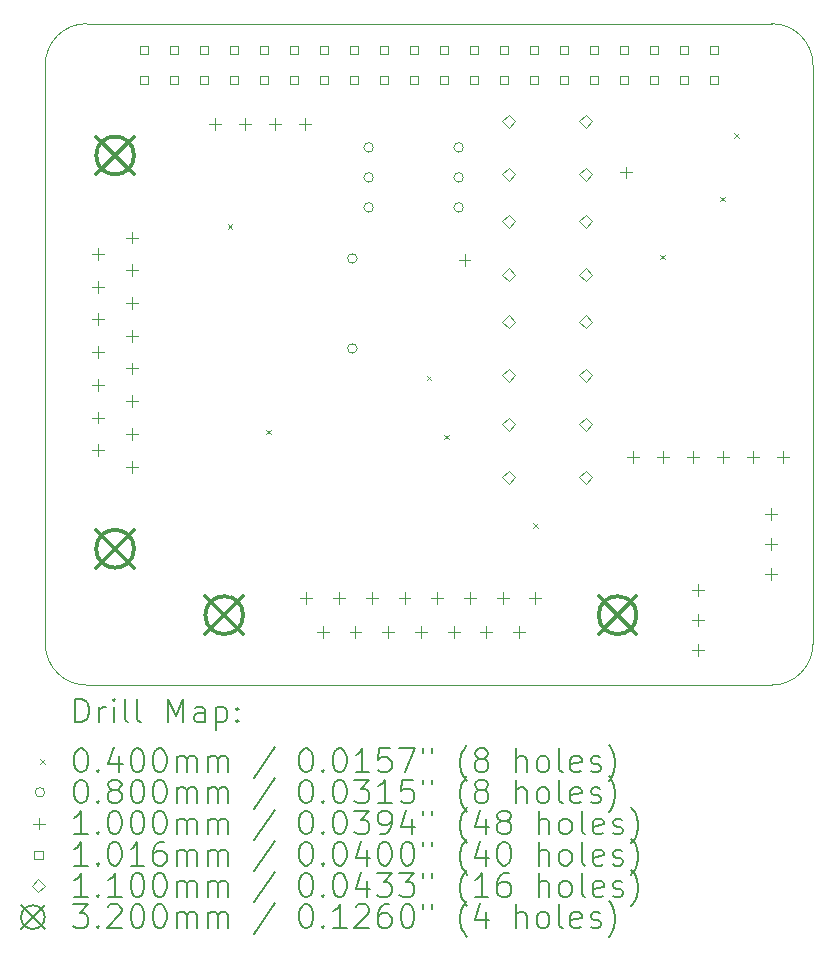
<source format=gbr>
%TF.GenerationSoftware,KiCad,Pcbnew,7.0.9*%
%TF.CreationDate,2023-12-26T00:02:28-07:00*%
%TF.ProjectId,midi_test,6d696469-5f74-4657-9374-2e6b69636164,rev?*%
%TF.SameCoordinates,Original*%
%TF.FileFunction,Drillmap*%
%TF.FilePolarity,Positive*%
%FSLAX45Y45*%
G04 Gerber Fmt 4.5, Leading zero omitted, Abs format (unit mm)*
G04 Created by KiCad (PCBNEW 7.0.9) date 2023-12-26 00:02:28*
%MOMM*%
%LPD*%
G01*
G04 APERTURE LIST*
%ADD10C,0.100000*%
%ADD11C,0.200000*%
%ADD12C,0.101600*%
%ADD13C,0.110000*%
%ADD14C,0.320000*%
G04 APERTURE END LIST*
D10*
X19650000Y-10000000D02*
G75*
G03*
X20000000Y-9650000I0J350000D01*
G01*
X13500000Y-9650000D02*
G75*
G03*
X13850000Y-10000000I350000J0D01*
G01*
X20000000Y-4750000D02*
G75*
G03*
X19650000Y-4400000I-350000J0D01*
G01*
X20000000Y-4750000D02*
X20000000Y-9650000D01*
X13850000Y-4400000D02*
X19650000Y-4400000D01*
X13500000Y-9650000D02*
X13500000Y-4750000D01*
X13850000Y-4400000D02*
G75*
G03*
X13500000Y-4750000I0J-350000D01*
G01*
X19650000Y-10000000D02*
X13850000Y-10000000D01*
D11*
D10*
X15045000Y-6095000D02*
X15085000Y-6135000D01*
X15085000Y-6095000D02*
X15045000Y-6135000D01*
X15372799Y-7837200D02*
X15412799Y-7877200D01*
X15412799Y-7837200D02*
X15372799Y-7877200D01*
X16730000Y-7380000D02*
X16770000Y-7420000D01*
X16770000Y-7380000D02*
X16730000Y-7420000D01*
X16880000Y-7880000D02*
X16920000Y-7920000D01*
X16920000Y-7880000D02*
X16880000Y-7920000D01*
X17630000Y-8630000D02*
X17670000Y-8670000D01*
X17670000Y-8630000D02*
X17630000Y-8670000D01*
X18707000Y-6357000D02*
X18747000Y-6397000D01*
X18747000Y-6357000D02*
X18707000Y-6397000D01*
X19215000Y-5865000D02*
X19255000Y-5905000D01*
X19255000Y-5865000D02*
X19215000Y-5905000D01*
X19330000Y-5330000D02*
X19370000Y-5370000D01*
X19370000Y-5330000D02*
X19330000Y-5370000D01*
X16140000Y-6388000D02*
G75*
G03*
X16140000Y-6388000I-40000J0D01*
G01*
X16140000Y-7150000D02*
G75*
G03*
X16140000Y-7150000I-40000J0D01*
G01*
X16278000Y-5447500D02*
G75*
G03*
X16278000Y-5447500I-40000J0D01*
G01*
X16278000Y-5701500D02*
G75*
G03*
X16278000Y-5701500I-40000J0D01*
G01*
X16278000Y-5955500D02*
G75*
G03*
X16278000Y-5955500I-40000J0D01*
G01*
X17040000Y-5447500D02*
G75*
G03*
X17040000Y-5447500I-40000J0D01*
G01*
X17040000Y-5701500D02*
G75*
G03*
X17040000Y-5701500I-40000J0D01*
G01*
X17040000Y-5955500D02*
G75*
G03*
X17040000Y-5955500I-40000J0D01*
G01*
X13949033Y-6300000D02*
X13949033Y-6400000D01*
X13899033Y-6350000D02*
X13999033Y-6350000D01*
X13949033Y-6577000D02*
X13949033Y-6677000D01*
X13899033Y-6627000D02*
X13999033Y-6627000D01*
X13949033Y-6854000D02*
X13949033Y-6954000D01*
X13899033Y-6904000D02*
X13999033Y-6904000D01*
X13949033Y-7131000D02*
X13949033Y-7231000D01*
X13899033Y-7181000D02*
X13999033Y-7181000D01*
X13949033Y-7408000D02*
X13949033Y-7508000D01*
X13899033Y-7458000D02*
X13999033Y-7458000D01*
X13949033Y-7685000D02*
X13949033Y-7785000D01*
X13899033Y-7735000D02*
X13999033Y-7735000D01*
X13949033Y-7962000D02*
X13949033Y-8062000D01*
X13899033Y-8012000D02*
X13999033Y-8012000D01*
X14233033Y-6161500D02*
X14233033Y-6261500D01*
X14183033Y-6211500D02*
X14283033Y-6211500D01*
X14233033Y-6438500D02*
X14233033Y-6538500D01*
X14183033Y-6488500D02*
X14283033Y-6488500D01*
X14233033Y-6715500D02*
X14233033Y-6815500D01*
X14183033Y-6765500D02*
X14283033Y-6765500D01*
X14233033Y-6992500D02*
X14233033Y-7092500D01*
X14183033Y-7042500D02*
X14283033Y-7042500D01*
X14233033Y-7269500D02*
X14233033Y-7369500D01*
X14183033Y-7319500D02*
X14283033Y-7319500D01*
X14233033Y-7546500D02*
X14233033Y-7646500D01*
X14183033Y-7596500D02*
X14283033Y-7596500D01*
X14233033Y-7823500D02*
X14233033Y-7923500D01*
X14183033Y-7873500D02*
X14283033Y-7873500D01*
X14233033Y-8100500D02*
X14233033Y-8200500D01*
X14183033Y-8150500D02*
X14283033Y-8150500D01*
X14938000Y-5200000D02*
X14938000Y-5300000D01*
X14888000Y-5250000D02*
X14988000Y-5250000D01*
X15192000Y-5200000D02*
X15192000Y-5300000D01*
X15142000Y-5250000D02*
X15242000Y-5250000D01*
X15446000Y-5200000D02*
X15446000Y-5300000D01*
X15396000Y-5250000D02*
X15496000Y-5250000D01*
X15700000Y-5200000D02*
X15700000Y-5300000D01*
X15650000Y-5250000D02*
X15750000Y-5250000D01*
X15711000Y-9216000D02*
X15711000Y-9316000D01*
X15661000Y-9266000D02*
X15761000Y-9266000D01*
X15849500Y-9500000D02*
X15849500Y-9600000D01*
X15799500Y-9550000D02*
X15899500Y-9550000D01*
X15988000Y-9216000D02*
X15988000Y-9316000D01*
X15938000Y-9266000D02*
X16038000Y-9266000D01*
X16126500Y-9500000D02*
X16126500Y-9600000D01*
X16076500Y-9550000D02*
X16176500Y-9550000D01*
X16265000Y-9216000D02*
X16265000Y-9316000D01*
X16215000Y-9266000D02*
X16315000Y-9266000D01*
X16403500Y-9500000D02*
X16403500Y-9600000D01*
X16353500Y-9550000D02*
X16453500Y-9550000D01*
X16542000Y-9216000D02*
X16542000Y-9316000D01*
X16492000Y-9266000D02*
X16592000Y-9266000D01*
X16680500Y-9500000D02*
X16680500Y-9600000D01*
X16630500Y-9550000D02*
X16730500Y-9550000D01*
X16819000Y-9216000D02*
X16819000Y-9316000D01*
X16769000Y-9266000D02*
X16869000Y-9266000D01*
X16957500Y-9500000D02*
X16957500Y-9600000D01*
X16907500Y-9550000D02*
X17007500Y-9550000D01*
X17050000Y-6350000D02*
X17050000Y-6450000D01*
X17000000Y-6400000D02*
X17100000Y-6400000D01*
X17096000Y-9216000D02*
X17096000Y-9316000D01*
X17046000Y-9266000D02*
X17146000Y-9266000D01*
X17234500Y-9500000D02*
X17234500Y-9600000D01*
X17184500Y-9550000D02*
X17284500Y-9550000D01*
X17373000Y-9216000D02*
X17373000Y-9316000D01*
X17323000Y-9266000D02*
X17423000Y-9266000D01*
X17511500Y-9500000D02*
X17511500Y-9600000D01*
X17461500Y-9550000D02*
X17561500Y-9550000D01*
X17650000Y-9216000D02*
X17650000Y-9316000D01*
X17600000Y-9266000D02*
X17700000Y-9266000D01*
X18415000Y-5610000D02*
X18415000Y-5710000D01*
X18365000Y-5660000D02*
X18465000Y-5660000D01*
X18473000Y-8020000D02*
X18473000Y-8120000D01*
X18423000Y-8070000D02*
X18523000Y-8070000D01*
X18727000Y-8020000D02*
X18727000Y-8120000D01*
X18677000Y-8070000D02*
X18777000Y-8070000D01*
X18981000Y-8020000D02*
X18981000Y-8120000D01*
X18931000Y-8070000D02*
X19031000Y-8070000D01*
X19025000Y-9142000D02*
X19025000Y-9242000D01*
X18975000Y-9192000D02*
X19075000Y-9192000D01*
X19025000Y-9396000D02*
X19025000Y-9496000D01*
X18975000Y-9446000D02*
X19075000Y-9446000D01*
X19025000Y-9650000D02*
X19025000Y-9750000D01*
X18975000Y-9700000D02*
X19075000Y-9700000D01*
X19235000Y-8020000D02*
X19235000Y-8120000D01*
X19185000Y-8070000D02*
X19285000Y-8070000D01*
X19489000Y-8020000D02*
X19489000Y-8120000D01*
X19439000Y-8070000D02*
X19539000Y-8070000D01*
X19647500Y-8500000D02*
X19647500Y-8600000D01*
X19597500Y-8550000D02*
X19697500Y-8550000D01*
X19647500Y-8754000D02*
X19647500Y-8854000D01*
X19597500Y-8804000D02*
X19697500Y-8804000D01*
X19647500Y-9008000D02*
X19647500Y-9108000D01*
X19597500Y-9058000D02*
X19697500Y-9058000D01*
X19743000Y-8020000D02*
X19743000Y-8120000D01*
X19693000Y-8070000D02*
X19793000Y-8070000D01*
D12*
X14372921Y-4658921D02*
X14372921Y-4587079D01*
X14301079Y-4587079D01*
X14301079Y-4658921D01*
X14372921Y-4658921D01*
X14372921Y-4912921D02*
X14372921Y-4841079D01*
X14301079Y-4841079D01*
X14301079Y-4912921D01*
X14372921Y-4912921D01*
X14626921Y-4658921D02*
X14626921Y-4587079D01*
X14555079Y-4587079D01*
X14555079Y-4658921D01*
X14626921Y-4658921D01*
X14626921Y-4912921D02*
X14626921Y-4841079D01*
X14555079Y-4841079D01*
X14555079Y-4912921D01*
X14626921Y-4912921D01*
X14880921Y-4658921D02*
X14880921Y-4587079D01*
X14809079Y-4587079D01*
X14809079Y-4658921D01*
X14880921Y-4658921D01*
X14880921Y-4912921D02*
X14880921Y-4841079D01*
X14809079Y-4841079D01*
X14809079Y-4912921D01*
X14880921Y-4912921D01*
X15134921Y-4658921D02*
X15134921Y-4587079D01*
X15063079Y-4587079D01*
X15063079Y-4658921D01*
X15134921Y-4658921D01*
X15134921Y-4912921D02*
X15134921Y-4841079D01*
X15063079Y-4841079D01*
X15063079Y-4912921D01*
X15134921Y-4912921D01*
X15388921Y-4658921D02*
X15388921Y-4587079D01*
X15317079Y-4587079D01*
X15317079Y-4658921D01*
X15388921Y-4658921D01*
X15388921Y-4912921D02*
X15388921Y-4841079D01*
X15317079Y-4841079D01*
X15317079Y-4912921D01*
X15388921Y-4912921D01*
X15642921Y-4658921D02*
X15642921Y-4587079D01*
X15571079Y-4587079D01*
X15571079Y-4658921D01*
X15642921Y-4658921D01*
X15642921Y-4912921D02*
X15642921Y-4841079D01*
X15571079Y-4841079D01*
X15571079Y-4912921D01*
X15642921Y-4912921D01*
X15896921Y-4658921D02*
X15896921Y-4587079D01*
X15825079Y-4587079D01*
X15825079Y-4658921D01*
X15896921Y-4658921D01*
X15896921Y-4912921D02*
X15896921Y-4841079D01*
X15825079Y-4841079D01*
X15825079Y-4912921D01*
X15896921Y-4912921D01*
X16150921Y-4658921D02*
X16150921Y-4587079D01*
X16079079Y-4587079D01*
X16079079Y-4658921D01*
X16150921Y-4658921D01*
X16150921Y-4912921D02*
X16150921Y-4841079D01*
X16079079Y-4841079D01*
X16079079Y-4912921D01*
X16150921Y-4912921D01*
X16404921Y-4658921D02*
X16404921Y-4587079D01*
X16333079Y-4587079D01*
X16333079Y-4658921D01*
X16404921Y-4658921D01*
X16404921Y-4912921D02*
X16404921Y-4841079D01*
X16333079Y-4841079D01*
X16333079Y-4912921D01*
X16404921Y-4912921D01*
X16658921Y-4658921D02*
X16658921Y-4587079D01*
X16587079Y-4587079D01*
X16587079Y-4658921D01*
X16658921Y-4658921D01*
X16658921Y-4912921D02*
X16658921Y-4841079D01*
X16587079Y-4841079D01*
X16587079Y-4912921D01*
X16658921Y-4912921D01*
X16912921Y-4658921D02*
X16912921Y-4587079D01*
X16841079Y-4587079D01*
X16841079Y-4658921D01*
X16912921Y-4658921D01*
X16912921Y-4912921D02*
X16912921Y-4841079D01*
X16841079Y-4841079D01*
X16841079Y-4912921D01*
X16912921Y-4912921D01*
X17166921Y-4658921D02*
X17166921Y-4587079D01*
X17095079Y-4587079D01*
X17095079Y-4658921D01*
X17166921Y-4658921D01*
X17166921Y-4912921D02*
X17166921Y-4841079D01*
X17095079Y-4841079D01*
X17095079Y-4912921D01*
X17166921Y-4912921D01*
X17420921Y-4658921D02*
X17420921Y-4587079D01*
X17349079Y-4587079D01*
X17349079Y-4658921D01*
X17420921Y-4658921D01*
X17420921Y-4912921D02*
X17420921Y-4841079D01*
X17349079Y-4841079D01*
X17349079Y-4912921D01*
X17420921Y-4912921D01*
X17674921Y-4658921D02*
X17674921Y-4587079D01*
X17603079Y-4587079D01*
X17603079Y-4658921D01*
X17674921Y-4658921D01*
X17674921Y-4912921D02*
X17674921Y-4841079D01*
X17603079Y-4841079D01*
X17603079Y-4912921D01*
X17674921Y-4912921D01*
X17928921Y-4658921D02*
X17928921Y-4587079D01*
X17857079Y-4587079D01*
X17857079Y-4658921D01*
X17928921Y-4658921D01*
X17928921Y-4912921D02*
X17928921Y-4841079D01*
X17857079Y-4841079D01*
X17857079Y-4912921D01*
X17928921Y-4912921D01*
X18182921Y-4658921D02*
X18182921Y-4587079D01*
X18111079Y-4587079D01*
X18111079Y-4658921D01*
X18182921Y-4658921D01*
X18182921Y-4912921D02*
X18182921Y-4841079D01*
X18111079Y-4841079D01*
X18111079Y-4912921D01*
X18182921Y-4912921D01*
X18436921Y-4658921D02*
X18436921Y-4587079D01*
X18365079Y-4587079D01*
X18365079Y-4658921D01*
X18436921Y-4658921D01*
X18436921Y-4912921D02*
X18436921Y-4841079D01*
X18365079Y-4841079D01*
X18365079Y-4912921D01*
X18436921Y-4912921D01*
X18690921Y-4658921D02*
X18690921Y-4587079D01*
X18619079Y-4587079D01*
X18619079Y-4658921D01*
X18690921Y-4658921D01*
X18690921Y-4912921D02*
X18690921Y-4841079D01*
X18619079Y-4841079D01*
X18619079Y-4912921D01*
X18690921Y-4912921D01*
X18944921Y-4658921D02*
X18944921Y-4587079D01*
X18873079Y-4587079D01*
X18873079Y-4658921D01*
X18944921Y-4658921D01*
X18944921Y-4912921D02*
X18944921Y-4841079D01*
X18873079Y-4841079D01*
X18873079Y-4912921D01*
X18944921Y-4912921D01*
X19198921Y-4658921D02*
X19198921Y-4587079D01*
X19127079Y-4587079D01*
X19127079Y-4658921D01*
X19198921Y-4658921D01*
X19198921Y-4912921D02*
X19198921Y-4841079D01*
X19127079Y-4841079D01*
X19127079Y-4912921D01*
X19198921Y-4912921D01*
D13*
X17425000Y-5280000D02*
X17480000Y-5225000D01*
X17425000Y-5170000D01*
X17370000Y-5225000D01*
X17425000Y-5280000D01*
X17425000Y-5730000D02*
X17480000Y-5675000D01*
X17425000Y-5620000D01*
X17370000Y-5675000D01*
X17425000Y-5730000D01*
X17425000Y-6130000D02*
X17480000Y-6075000D01*
X17425000Y-6020000D01*
X17370000Y-6075000D01*
X17425000Y-6130000D01*
X17425000Y-6580000D02*
X17480000Y-6525000D01*
X17425000Y-6470000D01*
X17370000Y-6525000D01*
X17425000Y-6580000D01*
X17425000Y-6980000D02*
X17480000Y-6925000D01*
X17425000Y-6870000D01*
X17370000Y-6925000D01*
X17425000Y-6980000D01*
X17425000Y-7430000D02*
X17480000Y-7375000D01*
X17425000Y-7320000D01*
X17370000Y-7375000D01*
X17425000Y-7430000D01*
X17425000Y-7845000D02*
X17480000Y-7790000D01*
X17425000Y-7735000D01*
X17370000Y-7790000D01*
X17425000Y-7845000D01*
X17425000Y-8295000D02*
X17480000Y-8240000D01*
X17425000Y-8185000D01*
X17370000Y-8240000D01*
X17425000Y-8295000D01*
X18075000Y-5280000D02*
X18130000Y-5225000D01*
X18075000Y-5170000D01*
X18020000Y-5225000D01*
X18075000Y-5280000D01*
X18075000Y-5730000D02*
X18130000Y-5675000D01*
X18075000Y-5620000D01*
X18020000Y-5675000D01*
X18075000Y-5730000D01*
X18075000Y-6130000D02*
X18130000Y-6075000D01*
X18075000Y-6020000D01*
X18020000Y-6075000D01*
X18075000Y-6130000D01*
X18075000Y-6580000D02*
X18130000Y-6525000D01*
X18075000Y-6470000D01*
X18020000Y-6525000D01*
X18075000Y-6580000D01*
X18075000Y-6980000D02*
X18130000Y-6925000D01*
X18075000Y-6870000D01*
X18020000Y-6925000D01*
X18075000Y-6980000D01*
X18075000Y-7430000D02*
X18130000Y-7375000D01*
X18075000Y-7320000D01*
X18020000Y-7375000D01*
X18075000Y-7430000D01*
X18075000Y-7845000D02*
X18130000Y-7790000D01*
X18075000Y-7735000D01*
X18020000Y-7790000D01*
X18075000Y-7845000D01*
X18075000Y-8295000D02*
X18130000Y-8240000D01*
X18075000Y-8185000D01*
X18020000Y-8240000D01*
X18075000Y-8295000D01*
D14*
X13931033Y-5356000D02*
X14251033Y-5676000D01*
X14251033Y-5356000D02*
X13931033Y-5676000D01*
X14251033Y-5516000D02*
G75*
G03*
X14251033Y-5516000I-160000J0D01*
G01*
X13931033Y-8686000D02*
X14251033Y-9006000D01*
X14251033Y-8686000D02*
X13931033Y-9006000D01*
X14251033Y-8846000D02*
G75*
G03*
X14251033Y-8846000I-160000J0D01*
G01*
X14855500Y-9248000D02*
X15175500Y-9568000D01*
X15175500Y-9248000D02*
X14855500Y-9568000D01*
X15175500Y-9408000D02*
G75*
G03*
X15175500Y-9408000I-160000J0D01*
G01*
X18185500Y-9248000D02*
X18505500Y-9568000D01*
X18505500Y-9248000D02*
X18185500Y-9568000D01*
X18505500Y-9408000D02*
G75*
G03*
X18505500Y-9408000I-160000J0D01*
G01*
D11*
X13755777Y-10316484D02*
X13755777Y-10116484D01*
X13755777Y-10116484D02*
X13803396Y-10116484D01*
X13803396Y-10116484D02*
X13831967Y-10126008D01*
X13831967Y-10126008D02*
X13851015Y-10145055D01*
X13851015Y-10145055D02*
X13860539Y-10164103D01*
X13860539Y-10164103D02*
X13870062Y-10202198D01*
X13870062Y-10202198D02*
X13870062Y-10230770D01*
X13870062Y-10230770D02*
X13860539Y-10268865D01*
X13860539Y-10268865D02*
X13851015Y-10287912D01*
X13851015Y-10287912D02*
X13831967Y-10306960D01*
X13831967Y-10306960D02*
X13803396Y-10316484D01*
X13803396Y-10316484D02*
X13755777Y-10316484D01*
X13955777Y-10316484D02*
X13955777Y-10183150D01*
X13955777Y-10221246D02*
X13965301Y-10202198D01*
X13965301Y-10202198D02*
X13974824Y-10192674D01*
X13974824Y-10192674D02*
X13993872Y-10183150D01*
X13993872Y-10183150D02*
X14012920Y-10183150D01*
X14079586Y-10316484D02*
X14079586Y-10183150D01*
X14079586Y-10116484D02*
X14070062Y-10126008D01*
X14070062Y-10126008D02*
X14079586Y-10135531D01*
X14079586Y-10135531D02*
X14089110Y-10126008D01*
X14089110Y-10126008D02*
X14079586Y-10116484D01*
X14079586Y-10116484D02*
X14079586Y-10135531D01*
X14203396Y-10316484D02*
X14184348Y-10306960D01*
X14184348Y-10306960D02*
X14174824Y-10287912D01*
X14174824Y-10287912D02*
X14174824Y-10116484D01*
X14308158Y-10316484D02*
X14289110Y-10306960D01*
X14289110Y-10306960D02*
X14279586Y-10287912D01*
X14279586Y-10287912D02*
X14279586Y-10116484D01*
X14536729Y-10316484D02*
X14536729Y-10116484D01*
X14536729Y-10116484D02*
X14603396Y-10259341D01*
X14603396Y-10259341D02*
X14670062Y-10116484D01*
X14670062Y-10116484D02*
X14670062Y-10316484D01*
X14851015Y-10316484D02*
X14851015Y-10211722D01*
X14851015Y-10211722D02*
X14841491Y-10192674D01*
X14841491Y-10192674D02*
X14822443Y-10183150D01*
X14822443Y-10183150D02*
X14784348Y-10183150D01*
X14784348Y-10183150D02*
X14765301Y-10192674D01*
X14851015Y-10306960D02*
X14831967Y-10316484D01*
X14831967Y-10316484D02*
X14784348Y-10316484D01*
X14784348Y-10316484D02*
X14765301Y-10306960D01*
X14765301Y-10306960D02*
X14755777Y-10287912D01*
X14755777Y-10287912D02*
X14755777Y-10268865D01*
X14755777Y-10268865D02*
X14765301Y-10249817D01*
X14765301Y-10249817D02*
X14784348Y-10240293D01*
X14784348Y-10240293D02*
X14831967Y-10240293D01*
X14831967Y-10240293D02*
X14851015Y-10230770D01*
X14946253Y-10183150D02*
X14946253Y-10383150D01*
X14946253Y-10192674D02*
X14965301Y-10183150D01*
X14965301Y-10183150D02*
X15003396Y-10183150D01*
X15003396Y-10183150D02*
X15022443Y-10192674D01*
X15022443Y-10192674D02*
X15031967Y-10202198D01*
X15031967Y-10202198D02*
X15041491Y-10221246D01*
X15041491Y-10221246D02*
X15041491Y-10278389D01*
X15041491Y-10278389D02*
X15031967Y-10297436D01*
X15031967Y-10297436D02*
X15022443Y-10306960D01*
X15022443Y-10306960D02*
X15003396Y-10316484D01*
X15003396Y-10316484D02*
X14965301Y-10316484D01*
X14965301Y-10316484D02*
X14946253Y-10306960D01*
X15127205Y-10297436D02*
X15136729Y-10306960D01*
X15136729Y-10306960D02*
X15127205Y-10316484D01*
X15127205Y-10316484D02*
X15117682Y-10306960D01*
X15117682Y-10306960D02*
X15127205Y-10297436D01*
X15127205Y-10297436D02*
X15127205Y-10316484D01*
X15127205Y-10192674D02*
X15136729Y-10202198D01*
X15136729Y-10202198D02*
X15127205Y-10211722D01*
X15127205Y-10211722D02*
X15117682Y-10202198D01*
X15117682Y-10202198D02*
X15127205Y-10192674D01*
X15127205Y-10192674D02*
X15127205Y-10211722D01*
D10*
X13455000Y-10625000D02*
X13495000Y-10665000D01*
X13495000Y-10625000D02*
X13455000Y-10665000D01*
D11*
X13793872Y-10536484D02*
X13812920Y-10536484D01*
X13812920Y-10536484D02*
X13831967Y-10546008D01*
X13831967Y-10546008D02*
X13841491Y-10555531D01*
X13841491Y-10555531D02*
X13851015Y-10574579D01*
X13851015Y-10574579D02*
X13860539Y-10612674D01*
X13860539Y-10612674D02*
X13860539Y-10660293D01*
X13860539Y-10660293D02*
X13851015Y-10698389D01*
X13851015Y-10698389D02*
X13841491Y-10717436D01*
X13841491Y-10717436D02*
X13831967Y-10726960D01*
X13831967Y-10726960D02*
X13812920Y-10736484D01*
X13812920Y-10736484D02*
X13793872Y-10736484D01*
X13793872Y-10736484D02*
X13774824Y-10726960D01*
X13774824Y-10726960D02*
X13765301Y-10717436D01*
X13765301Y-10717436D02*
X13755777Y-10698389D01*
X13755777Y-10698389D02*
X13746253Y-10660293D01*
X13746253Y-10660293D02*
X13746253Y-10612674D01*
X13746253Y-10612674D02*
X13755777Y-10574579D01*
X13755777Y-10574579D02*
X13765301Y-10555531D01*
X13765301Y-10555531D02*
X13774824Y-10546008D01*
X13774824Y-10546008D02*
X13793872Y-10536484D01*
X13946253Y-10717436D02*
X13955777Y-10726960D01*
X13955777Y-10726960D02*
X13946253Y-10736484D01*
X13946253Y-10736484D02*
X13936729Y-10726960D01*
X13936729Y-10726960D02*
X13946253Y-10717436D01*
X13946253Y-10717436D02*
X13946253Y-10736484D01*
X14127205Y-10603150D02*
X14127205Y-10736484D01*
X14079586Y-10526960D02*
X14031967Y-10669817D01*
X14031967Y-10669817D02*
X14155777Y-10669817D01*
X14270062Y-10536484D02*
X14289110Y-10536484D01*
X14289110Y-10536484D02*
X14308158Y-10546008D01*
X14308158Y-10546008D02*
X14317682Y-10555531D01*
X14317682Y-10555531D02*
X14327205Y-10574579D01*
X14327205Y-10574579D02*
X14336729Y-10612674D01*
X14336729Y-10612674D02*
X14336729Y-10660293D01*
X14336729Y-10660293D02*
X14327205Y-10698389D01*
X14327205Y-10698389D02*
X14317682Y-10717436D01*
X14317682Y-10717436D02*
X14308158Y-10726960D01*
X14308158Y-10726960D02*
X14289110Y-10736484D01*
X14289110Y-10736484D02*
X14270062Y-10736484D01*
X14270062Y-10736484D02*
X14251015Y-10726960D01*
X14251015Y-10726960D02*
X14241491Y-10717436D01*
X14241491Y-10717436D02*
X14231967Y-10698389D01*
X14231967Y-10698389D02*
X14222443Y-10660293D01*
X14222443Y-10660293D02*
X14222443Y-10612674D01*
X14222443Y-10612674D02*
X14231967Y-10574579D01*
X14231967Y-10574579D02*
X14241491Y-10555531D01*
X14241491Y-10555531D02*
X14251015Y-10546008D01*
X14251015Y-10546008D02*
X14270062Y-10536484D01*
X14460539Y-10536484D02*
X14479586Y-10536484D01*
X14479586Y-10536484D02*
X14498634Y-10546008D01*
X14498634Y-10546008D02*
X14508158Y-10555531D01*
X14508158Y-10555531D02*
X14517682Y-10574579D01*
X14517682Y-10574579D02*
X14527205Y-10612674D01*
X14527205Y-10612674D02*
X14527205Y-10660293D01*
X14527205Y-10660293D02*
X14517682Y-10698389D01*
X14517682Y-10698389D02*
X14508158Y-10717436D01*
X14508158Y-10717436D02*
X14498634Y-10726960D01*
X14498634Y-10726960D02*
X14479586Y-10736484D01*
X14479586Y-10736484D02*
X14460539Y-10736484D01*
X14460539Y-10736484D02*
X14441491Y-10726960D01*
X14441491Y-10726960D02*
X14431967Y-10717436D01*
X14431967Y-10717436D02*
X14422443Y-10698389D01*
X14422443Y-10698389D02*
X14412920Y-10660293D01*
X14412920Y-10660293D02*
X14412920Y-10612674D01*
X14412920Y-10612674D02*
X14422443Y-10574579D01*
X14422443Y-10574579D02*
X14431967Y-10555531D01*
X14431967Y-10555531D02*
X14441491Y-10546008D01*
X14441491Y-10546008D02*
X14460539Y-10536484D01*
X14612920Y-10736484D02*
X14612920Y-10603150D01*
X14612920Y-10622198D02*
X14622443Y-10612674D01*
X14622443Y-10612674D02*
X14641491Y-10603150D01*
X14641491Y-10603150D02*
X14670063Y-10603150D01*
X14670063Y-10603150D02*
X14689110Y-10612674D01*
X14689110Y-10612674D02*
X14698634Y-10631722D01*
X14698634Y-10631722D02*
X14698634Y-10736484D01*
X14698634Y-10631722D02*
X14708158Y-10612674D01*
X14708158Y-10612674D02*
X14727205Y-10603150D01*
X14727205Y-10603150D02*
X14755777Y-10603150D01*
X14755777Y-10603150D02*
X14774824Y-10612674D01*
X14774824Y-10612674D02*
X14784348Y-10631722D01*
X14784348Y-10631722D02*
X14784348Y-10736484D01*
X14879586Y-10736484D02*
X14879586Y-10603150D01*
X14879586Y-10622198D02*
X14889110Y-10612674D01*
X14889110Y-10612674D02*
X14908158Y-10603150D01*
X14908158Y-10603150D02*
X14936729Y-10603150D01*
X14936729Y-10603150D02*
X14955777Y-10612674D01*
X14955777Y-10612674D02*
X14965301Y-10631722D01*
X14965301Y-10631722D02*
X14965301Y-10736484D01*
X14965301Y-10631722D02*
X14974824Y-10612674D01*
X14974824Y-10612674D02*
X14993872Y-10603150D01*
X14993872Y-10603150D02*
X15022443Y-10603150D01*
X15022443Y-10603150D02*
X15041491Y-10612674D01*
X15041491Y-10612674D02*
X15051015Y-10631722D01*
X15051015Y-10631722D02*
X15051015Y-10736484D01*
X15441491Y-10526960D02*
X15270063Y-10784103D01*
X15698634Y-10536484D02*
X15717682Y-10536484D01*
X15717682Y-10536484D02*
X15736729Y-10546008D01*
X15736729Y-10546008D02*
X15746253Y-10555531D01*
X15746253Y-10555531D02*
X15755777Y-10574579D01*
X15755777Y-10574579D02*
X15765301Y-10612674D01*
X15765301Y-10612674D02*
X15765301Y-10660293D01*
X15765301Y-10660293D02*
X15755777Y-10698389D01*
X15755777Y-10698389D02*
X15746253Y-10717436D01*
X15746253Y-10717436D02*
X15736729Y-10726960D01*
X15736729Y-10726960D02*
X15717682Y-10736484D01*
X15717682Y-10736484D02*
X15698634Y-10736484D01*
X15698634Y-10736484D02*
X15679586Y-10726960D01*
X15679586Y-10726960D02*
X15670063Y-10717436D01*
X15670063Y-10717436D02*
X15660539Y-10698389D01*
X15660539Y-10698389D02*
X15651015Y-10660293D01*
X15651015Y-10660293D02*
X15651015Y-10612674D01*
X15651015Y-10612674D02*
X15660539Y-10574579D01*
X15660539Y-10574579D02*
X15670063Y-10555531D01*
X15670063Y-10555531D02*
X15679586Y-10546008D01*
X15679586Y-10546008D02*
X15698634Y-10536484D01*
X15851015Y-10717436D02*
X15860539Y-10726960D01*
X15860539Y-10726960D02*
X15851015Y-10736484D01*
X15851015Y-10736484D02*
X15841491Y-10726960D01*
X15841491Y-10726960D02*
X15851015Y-10717436D01*
X15851015Y-10717436D02*
X15851015Y-10736484D01*
X15984348Y-10536484D02*
X16003396Y-10536484D01*
X16003396Y-10536484D02*
X16022444Y-10546008D01*
X16022444Y-10546008D02*
X16031967Y-10555531D01*
X16031967Y-10555531D02*
X16041491Y-10574579D01*
X16041491Y-10574579D02*
X16051015Y-10612674D01*
X16051015Y-10612674D02*
X16051015Y-10660293D01*
X16051015Y-10660293D02*
X16041491Y-10698389D01*
X16041491Y-10698389D02*
X16031967Y-10717436D01*
X16031967Y-10717436D02*
X16022444Y-10726960D01*
X16022444Y-10726960D02*
X16003396Y-10736484D01*
X16003396Y-10736484D02*
X15984348Y-10736484D01*
X15984348Y-10736484D02*
X15965301Y-10726960D01*
X15965301Y-10726960D02*
X15955777Y-10717436D01*
X15955777Y-10717436D02*
X15946253Y-10698389D01*
X15946253Y-10698389D02*
X15936729Y-10660293D01*
X15936729Y-10660293D02*
X15936729Y-10612674D01*
X15936729Y-10612674D02*
X15946253Y-10574579D01*
X15946253Y-10574579D02*
X15955777Y-10555531D01*
X15955777Y-10555531D02*
X15965301Y-10546008D01*
X15965301Y-10546008D02*
X15984348Y-10536484D01*
X16241491Y-10736484D02*
X16127206Y-10736484D01*
X16184348Y-10736484D02*
X16184348Y-10536484D01*
X16184348Y-10536484D02*
X16165301Y-10565055D01*
X16165301Y-10565055D02*
X16146253Y-10584103D01*
X16146253Y-10584103D02*
X16127206Y-10593627D01*
X16422444Y-10536484D02*
X16327206Y-10536484D01*
X16327206Y-10536484D02*
X16317682Y-10631722D01*
X16317682Y-10631722D02*
X16327206Y-10622198D01*
X16327206Y-10622198D02*
X16346253Y-10612674D01*
X16346253Y-10612674D02*
X16393872Y-10612674D01*
X16393872Y-10612674D02*
X16412920Y-10622198D01*
X16412920Y-10622198D02*
X16422444Y-10631722D01*
X16422444Y-10631722D02*
X16431967Y-10650770D01*
X16431967Y-10650770D02*
X16431967Y-10698389D01*
X16431967Y-10698389D02*
X16422444Y-10717436D01*
X16422444Y-10717436D02*
X16412920Y-10726960D01*
X16412920Y-10726960D02*
X16393872Y-10736484D01*
X16393872Y-10736484D02*
X16346253Y-10736484D01*
X16346253Y-10736484D02*
X16327206Y-10726960D01*
X16327206Y-10726960D02*
X16317682Y-10717436D01*
X16498634Y-10536484D02*
X16631967Y-10536484D01*
X16631967Y-10536484D02*
X16546253Y-10736484D01*
X16698634Y-10536484D02*
X16698634Y-10574579D01*
X16774825Y-10536484D02*
X16774825Y-10574579D01*
X17070063Y-10812674D02*
X17060539Y-10803150D01*
X17060539Y-10803150D02*
X17041491Y-10774579D01*
X17041491Y-10774579D02*
X17031968Y-10755531D01*
X17031968Y-10755531D02*
X17022444Y-10726960D01*
X17022444Y-10726960D02*
X17012920Y-10679341D01*
X17012920Y-10679341D02*
X17012920Y-10641246D01*
X17012920Y-10641246D02*
X17022444Y-10593627D01*
X17022444Y-10593627D02*
X17031968Y-10565055D01*
X17031968Y-10565055D02*
X17041491Y-10546008D01*
X17041491Y-10546008D02*
X17060539Y-10517436D01*
X17060539Y-10517436D02*
X17070063Y-10507912D01*
X17174825Y-10622198D02*
X17155777Y-10612674D01*
X17155777Y-10612674D02*
X17146253Y-10603150D01*
X17146253Y-10603150D02*
X17136730Y-10584103D01*
X17136730Y-10584103D02*
X17136730Y-10574579D01*
X17136730Y-10574579D02*
X17146253Y-10555531D01*
X17146253Y-10555531D02*
X17155777Y-10546008D01*
X17155777Y-10546008D02*
X17174825Y-10536484D01*
X17174825Y-10536484D02*
X17212920Y-10536484D01*
X17212920Y-10536484D02*
X17231968Y-10546008D01*
X17231968Y-10546008D02*
X17241491Y-10555531D01*
X17241491Y-10555531D02*
X17251015Y-10574579D01*
X17251015Y-10574579D02*
X17251015Y-10584103D01*
X17251015Y-10584103D02*
X17241491Y-10603150D01*
X17241491Y-10603150D02*
X17231968Y-10612674D01*
X17231968Y-10612674D02*
X17212920Y-10622198D01*
X17212920Y-10622198D02*
X17174825Y-10622198D01*
X17174825Y-10622198D02*
X17155777Y-10631722D01*
X17155777Y-10631722D02*
X17146253Y-10641246D01*
X17146253Y-10641246D02*
X17136730Y-10660293D01*
X17136730Y-10660293D02*
X17136730Y-10698389D01*
X17136730Y-10698389D02*
X17146253Y-10717436D01*
X17146253Y-10717436D02*
X17155777Y-10726960D01*
X17155777Y-10726960D02*
X17174825Y-10736484D01*
X17174825Y-10736484D02*
X17212920Y-10736484D01*
X17212920Y-10736484D02*
X17231968Y-10726960D01*
X17231968Y-10726960D02*
X17241491Y-10717436D01*
X17241491Y-10717436D02*
X17251015Y-10698389D01*
X17251015Y-10698389D02*
X17251015Y-10660293D01*
X17251015Y-10660293D02*
X17241491Y-10641246D01*
X17241491Y-10641246D02*
X17231968Y-10631722D01*
X17231968Y-10631722D02*
X17212920Y-10622198D01*
X17489111Y-10736484D02*
X17489111Y-10536484D01*
X17574825Y-10736484D02*
X17574825Y-10631722D01*
X17574825Y-10631722D02*
X17565301Y-10612674D01*
X17565301Y-10612674D02*
X17546253Y-10603150D01*
X17546253Y-10603150D02*
X17517682Y-10603150D01*
X17517682Y-10603150D02*
X17498634Y-10612674D01*
X17498634Y-10612674D02*
X17489111Y-10622198D01*
X17698634Y-10736484D02*
X17679587Y-10726960D01*
X17679587Y-10726960D02*
X17670063Y-10717436D01*
X17670063Y-10717436D02*
X17660539Y-10698389D01*
X17660539Y-10698389D02*
X17660539Y-10641246D01*
X17660539Y-10641246D02*
X17670063Y-10622198D01*
X17670063Y-10622198D02*
X17679587Y-10612674D01*
X17679587Y-10612674D02*
X17698634Y-10603150D01*
X17698634Y-10603150D02*
X17727206Y-10603150D01*
X17727206Y-10603150D02*
X17746253Y-10612674D01*
X17746253Y-10612674D02*
X17755777Y-10622198D01*
X17755777Y-10622198D02*
X17765301Y-10641246D01*
X17765301Y-10641246D02*
X17765301Y-10698389D01*
X17765301Y-10698389D02*
X17755777Y-10717436D01*
X17755777Y-10717436D02*
X17746253Y-10726960D01*
X17746253Y-10726960D02*
X17727206Y-10736484D01*
X17727206Y-10736484D02*
X17698634Y-10736484D01*
X17879587Y-10736484D02*
X17860539Y-10726960D01*
X17860539Y-10726960D02*
X17851015Y-10707912D01*
X17851015Y-10707912D02*
X17851015Y-10536484D01*
X18031968Y-10726960D02*
X18012920Y-10736484D01*
X18012920Y-10736484D02*
X17974825Y-10736484D01*
X17974825Y-10736484D02*
X17955777Y-10726960D01*
X17955777Y-10726960D02*
X17946253Y-10707912D01*
X17946253Y-10707912D02*
X17946253Y-10631722D01*
X17946253Y-10631722D02*
X17955777Y-10612674D01*
X17955777Y-10612674D02*
X17974825Y-10603150D01*
X17974825Y-10603150D02*
X18012920Y-10603150D01*
X18012920Y-10603150D02*
X18031968Y-10612674D01*
X18031968Y-10612674D02*
X18041492Y-10631722D01*
X18041492Y-10631722D02*
X18041492Y-10650770D01*
X18041492Y-10650770D02*
X17946253Y-10669817D01*
X18117682Y-10726960D02*
X18136730Y-10736484D01*
X18136730Y-10736484D02*
X18174825Y-10736484D01*
X18174825Y-10736484D02*
X18193873Y-10726960D01*
X18193873Y-10726960D02*
X18203396Y-10707912D01*
X18203396Y-10707912D02*
X18203396Y-10698389D01*
X18203396Y-10698389D02*
X18193873Y-10679341D01*
X18193873Y-10679341D02*
X18174825Y-10669817D01*
X18174825Y-10669817D02*
X18146253Y-10669817D01*
X18146253Y-10669817D02*
X18127206Y-10660293D01*
X18127206Y-10660293D02*
X18117682Y-10641246D01*
X18117682Y-10641246D02*
X18117682Y-10631722D01*
X18117682Y-10631722D02*
X18127206Y-10612674D01*
X18127206Y-10612674D02*
X18146253Y-10603150D01*
X18146253Y-10603150D02*
X18174825Y-10603150D01*
X18174825Y-10603150D02*
X18193873Y-10612674D01*
X18270063Y-10812674D02*
X18279587Y-10803150D01*
X18279587Y-10803150D02*
X18298634Y-10774579D01*
X18298634Y-10774579D02*
X18308158Y-10755531D01*
X18308158Y-10755531D02*
X18317682Y-10726960D01*
X18317682Y-10726960D02*
X18327206Y-10679341D01*
X18327206Y-10679341D02*
X18327206Y-10641246D01*
X18327206Y-10641246D02*
X18317682Y-10593627D01*
X18317682Y-10593627D02*
X18308158Y-10565055D01*
X18308158Y-10565055D02*
X18298634Y-10546008D01*
X18298634Y-10546008D02*
X18279587Y-10517436D01*
X18279587Y-10517436D02*
X18270063Y-10507912D01*
D10*
X13495000Y-10909000D02*
G75*
G03*
X13495000Y-10909000I-40000J0D01*
G01*
D11*
X13793872Y-10800484D02*
X13812920Y-10800484D01*
X13812920Y-10800484D02*
X13831967Y-10810008D01*
X13831967Y-10810008D02*
X13841491Y-10819531D01*
X13841491Y-10819531D02*
X13851015Y-10838579D01*
X13851015Y-10838579D02*
X13860539Y-10876674D01*
X13860539Y-10876674D02*
X13860539Y-10924293D01*
X13860539Y-10924293D02*
X13851015Y-10962389D01*
X13851015Y-10962389D02*
X13841491Y-10981436D01*
X13841491Y-10981436D02*
X13831967Y-10990960D01*
X13831967Y-10990960D02*
X13812920Y-11000484D01*
X13812920Y-11000484D02*
X13793872Y-11000484D01*
X13793872Y-11000484D02*
X13774824Y-10990960D01*
X13774824Y-10990960D02*
X13765301Y-10981436D01*
X13765301Y-10981436D02*
X13755777Y-10962389D01*
X13755777Y-10962389D02*
X13746253Y-10924293D01*
X13746253Y-10924293D02*
X13746253Y-10876674D01*
X13746253Y-10876674D02*
X13755777Y-10838579D01*
X13755777Y-10838579D02*
X13765301Y-10819531D01*
X13765301Y-10819531D02*
X13774824Y-10810008D01*
X13774824Y-10810008D02*
X13793872Y-10800484D01*
X13946253Y-10981436D02*
X13955777Y-10990960D01*
X13955777Y-10990960D02*
X13946253Y-11000484D01*
X13946253Y-11000484D02*
X13936729Y-10990960D01*
X13936729Y-10990960D02*
X13946253Y-10981436D01*
X13946253Y-10981436D02*
X13946253Y-11000484D01*
X14070062Y-10886198D02*
X14051015Y-10876674D01*
X14051015Y-10876674D02*
X14041491Y-10867150D01*
X14041491Y-10867150D02*
X14031967Y-10848103D01*
X14031967Y-10848103D02*
X14031967Y-10838579D01*
X14031967Y-10838579D02*
X14041491Y-10819531D01*
X14041491Y-10819531D02*
X14051015Y-10810008D01*
X14051015Y-10810008D02*
X14070062Y-10800484D01*
X14070062Y-10800484D02*
X14108158Y-10800484D01*
X14108158Y-10800484D02*
X14127205Y-10810008D01*
X14127205Y-10810008D02*
X14136729Y-10819531D01*
X14136729Y-10819531D02*
X14146253Y-10838579D01*
X14146253Y-10838579D02*
X14146253Y-10848103D01*
X14146253Y-10848103D02*
X14136729Y-10867150D01*
X14136729Y-10867150D02*
X14127205Y-10876674D01*
X14127205Y-10876674D02*
X14108158Y-10886198D01*
X14108158Y-10886198D02*
X14070062Y-10886198D01*
X14070062Y-10886198D02*
X14051015Y-10895722D01*
X14051015Y-10895722D02*
X14041491Y-10905246D01*
X14041491Y-10905246D02*
X14031967Y-10924293D01*
X14031967Y-10924293D02*
X14031967Y-10962389D01*
X14031967Y-10962389D02*
X14041491Y-10981436D01*
X14041491Y-10981436D02*
X14051015Y-10990960D01*
X14051015Y-10990960D02*
X14070062Y-11000484D01*
X14070062Y-11000484D02*
X14108158Y-11000484D01*
X14108158Y-11000484D02*
X14127205Y-10990960D01*
X14127205Y-10990960D02*
X14136729Y-10981436D01*
X14136729Y-10981436D02*
X14146253Y-10962389D01*
X14146253Y-10962389D02*
X14146253Y-10924293D01*
X14146253Y-10924293D02*
X14136729Y-10905246D01*
X14136729Y-10905246D02*
X14127205Y-10895722D01*
X14127205Y-10895722D02*
X14108158Y-10886198D01*
X14270062Y-10800484D02*
X14289110Y-10800484D01*
X14289110Y-10800484D02*
X14308158Y-10810008D01*
X14308158Y-10810008D02*
X14317682Y-10819531D01*
X14317682Y-10819531D02*
X14327205Y-10838579D01*
X14327205Y-10838579D02*
X14336729Y-10876674D01*
X14336729Y-10876674D02*
X14336729Y-10924293D01*
X14336729Y-10924293D02*
X14327205Y-10962389D01*
X14327205Y-10962389D02*
X14317682Y-10981436D01*
X14317682Y-10981436D02*
X14308158Y-10990960D01*
X14308158Y-10990960D02*
X14289110Y-11000484D01*
X14289110Y-11000484D02*
X14270062Y-11000484D01*
X14270062Y-11000484D02*
X14251015Y-10990960D01*
X14251015Y-10990960D02*
X14241491Y-10981436D01*
X14241491Y-10981436D02*
X14231967Y-10962389D01*
X14231967Y-10962389D02*
X14222443Y-10924293D01*
X14222443Y-10924293D02*
X14222443Y-10876674D01*
X14222443Y-10876674D02*
X14231967Y-10838579D01*
X14231967Y-10838579D02*
X14241491Y-10819531D01*
X14241491Y-10819531D02*
X14251015Y-10810008D01*
X14251015Y-10810008D02*
X14270062Y-10800484D01*
X14460539Y-10800484D02*
X14479586Y-10800484D01*
X14479586Y-10800484D02*
X14498634Y-10810008D01*
X14498634Y-10810008D02*
X14508158Y-10819531D01*
X14508158Y-10819531D02*
X14517682Y-10838579D01*
X14517682Y-10838579D02*
X14527205Y-10876674D01*
X14527205Y-10876674D02*
X14527205Y-10924293D01*
X14527205Y-10924293D02*
X14517682Y-10962389D01*
X14517682Y-10962389D02*
X14508158Y-10981436D01*
X14508158Y-10981436D02*
X14498634Y-10990960D01*
X14498634Y-10990960D02*
X14479586Y-11000484D01*
X14479586Y-11000484D02*
X14460539Y-11000484D01*
X14460539Y-11000484D02*
X14441491Y-10990960D01*
X14441491Y-10990960D02*
X14431967Y-10981436D01*
X14431967Y-10981436D02*
X14422443Y-10962389D01*
X14422443Y-10962389D02*
X14412920Y-10924293D01*
X14412920Y-10924293D02*
X14412920Y-10876674D01*
X14412920Y-10876674D02*
X14422443Y-10838579D01*
X14422443Y-10838579D02*
X14431967Y-10819531D01*
X14431967Y-10819531D02*
X14441491Y-10810008D01*
X14441491Y-10810008D02*
X14460539Y-10800484D01*
X14612920Y-11000484D02*
X14612920Y-10867150D01*
X14612920Y-10886198D02*
X14622443Y-10876674D01*
X14622443Y-10876674D02*
X14641491Y-10867150D01*
X14641491Y-10867150D02*
X14670063Y-10867150D01*
X14670063Y-10867150D02*
X14689110Y-10876674D01*
X14689110Y-10876674D02*
X14698634Y-10895722D01*
X14698634Y-10895722D02*
X14698634Y-11000484D01*
X14698634Y-10895722D02*
X14708158Y-10876674D01*
X14708158Y-10876674D02*
X14727205Y-10867150D01*
X14727205Y-10867150D02*
X14755777Y-10867150D01*
X14755777Y-10867150D02*
X14774824Y-10876674D01*
X14774824Y-10876674D02*
X14784348Y-10895722D01*
X14784348Y-10895722D02*
X14784348Y-11000484D01*
X14879586Y-11000484D02*
X14879586Y-10867150D01*
X14879586Y-10886198D02*
X14889110Y-10876674D01*
X14889110Y-10876674D02*
X14908158Y-10867150D01*
X14908158Y-10867150D02*
X14936729Y-10867150D01*
X14936729Y-10867150D02*
X14955777Y-10876674D01*
X14955777Y-10876674D02*
X14965301Y-10895722D01*
X14965301Y-10895722D02*
X14965301Y-11000484D01*
X14965301Y-10895722D02*
X14974824Y-10876674D01*
X14974824Y-10876674D02*
X14993872Y-10867150D01*
X14993872Y-10867150D02*
X15022443Y-10867150D01*
X15022443Y-10867150D02*
X15041491Y-10876674D01*
X15041491Y-10876674D02*
X15051015Y-10895722D01*
X15051015Y-10895722D02*
X15051015Y-11000484D01*
X15441491Y-10790960D02*
X15270063Y-11048103D01*
X15698634Y-10800484D02*
X15717682Y-10800484D01*
X15717682Y-10800484D02*
X15736729Y-10810008D01*
X15736729Y-10810008D02*
X15746253Y-10819531D01*
X15746253Y-10819531D02*
X15755777Y-10838579D01*
X15755777Y-10838579D02*
X15765301Y-10876674D01*
X15765301Y-10876674D02*
X15765301Y-10924293D01*
X15765301Y-10924293D02*
X15755777Y-10962389D01*
X15755777Y-10962389D02*
X15746253Y-10981436D01*
X15746253Y-10981436D02*
X15736729Y-10990960D01*
X15736729Y-10990960D02*
X15717682Y-11000484D01*
X15717682Y-11000484D02*
X15698634Y-11000484D01*
X15698634Y-11000484D02*
X15679586Y-10990960D01*
X15679586Y-10990960D02*
X15670063Y-10981436D01*
X15670063Y-10981436D02*
X15660539Y-10962389D01*
X15660539Y-10962389D02*
X15651015Y-10924293D01*
X15651015Y-10924293D02*
X15651015Y-10876674D01*
X15651015Y-10876674D02*
X15660539Y-10838579D01*
X15660539Y-10838579D02*
X15670063Y-10819531D01*
X15670063Y-10819531D02*
X15679586Y-10810008D01*
X15679586Y-10810008D02*
X15698634Y-10800484D01*
X15851015Y-10981436D02*
X15860539Y-10990960D01*
X15860539Y-10990960D02*
X15851015Y-11000484D01*
X15851015Y-11000484D02*
X15841491Y-10990960D01*
X15841491Y-10990960D02*
X15851015Y-10981436D01*
X15851015Y-10981436D02*
X15851015Y-11000484D01*
X15984348Y-10800484D02*
X16003396Y-10800484D01*
X16003396Y-10800484D02*
X16022444Y-10810008D01*
X16022444Y-10810008D02*
X16031967Y-10819531D01*
X16031967Y-10819531D02*
X16041491Y-10838579D01*
X16041491Y-10838579D02*
X16051015Y-10876674D01*
X16051015Y-10876674D02*
X16051015Y-10924293D01*
X16051015Y-10924293D02*
X16041491Y-10962389D01*
X16041491Y-10962389D02*
X16031967Y-10981436D01*
X16031967Y-10981436D02*
X16022444Y-10990960D01*
X16022444Y-10990960D02*
X16003396Y-11000484D01*
X16003396Y-11000484D02*
X15984348Y-11000484D01*
X15984348Y-11000484D02*
X15965301Y-10990960D01*
X15965301Y-10990960D02*
X15955777Y-10981436D01*
X15955777Y-10981436D02*
X15946253Y-10962389D01*
X15946253Y-10962389D02*
X15936729Y-10924293D01*
X15936729Y-10924293D02*
X15936729Y-10876674D01*
X15936729Y-10876674D02*
X15946253Y-10838579D01*
X15946253Y-10838579D02*
X15955777Y-10819531D01*
X15955777Y-10819531D02*
X15965301Y-10810008D01*
X15965301Y-10810008D02*
X15984348Y-10800484D01*
X16117682Y-10800484D02*
X16241491Y-10800484D01*
X16241491Y-10800484D02*
X16174825Y-10876674D01*
X16174825Y-10876674D02*
X16203396Y-10876674D01*
X16203396Y-10876674D02*
X16222444Y-10886198D01*
X16222444Y-10886198D02*
X16231967Y-10895722D01*
X16231967Y-10895722D02*
X16241491Y-10914770D01*
X16241491Y-10914770D02*
X16241491Y-10962389D01*
X16241491Y-10962389D02*
X16231967Y-10981436D01*
X16231967Y-10981436D02*
X16222444Y-10990960D01*
X16222444Y-10990960D02*
X16203396Y-11000484D01*
X16203396Y-11000484D02*
X16146253Y-11000484D01*
X16146253Y-11000484D02*
X16127206Y-10990960D01*
X16127206Y-10990960D02*
X16117682Y-10981436D01*
X16431967Y-11000484D02*
X16317682Y-11000484D01*
X16374825Y-11000484D02*
X16374825Y-10800484D01*
X16374825Y-10800484D02*
X16355777Y-10829055D01*
X16355777Y-10829055D02*
X16336729Y-10848103D01*
X16336729Y-10848103D02*
X16317682Y-10857627D01*
X16612920Y-10800484D02*
X16517682Y-10800484D01*
X16517682Y-10800484D02*
X16508158Y-10895722D01*
X16508158Y-10895722D02*
X16517682Y-10886198D01*
X16517682Y-10886198D02*
X16536729Y-10876674D01*
X16536729Y-10876674D02*
X16584348Y-10876674D01*
X16584348Y-10876674D02*
X16603396Y-10886198D01*
X16603396Y-10886198D02*
X16612920Y-10895722D01*
X16612920Y-10895722D02*
X16622444Y-10914770D01*
X16622444Y-10914770D02*
X16622444Y-10962389D01*
X16622444Y-10962389D02*
X16612920Y-10981436D01*
X16612920Y-10981436D02*
X16603396Y-10990960D01*
X16603396Y-10990960D02*
X16584348Y-11000484D01*
X16584348Y-11000484D02*
X16536729Y-11000484D01*
X16536729Y-11000484D02*
X16517682Y-10990960D01*
X16517682Y-10990960D02*
X16508158Y-10981436D01*
X16698634Y-10800484D02*
X16698634Y-10838579D01*
X16774825Y-10800484D02*
X16774825Y-10838579D01*
X17070063Y-11076674D02*
X17060539Y-11067150D01*
X17060539Y-11067150D02*
X17041491Y-11038579D01*
X17041491Y-11038579D02*
X17031968Y-11019531D01*
X17031968Y-11019531D02*
X17022444Y-10990960D01*
X17022444Y-10990960D02*
X17012920Y-10943341D01*
X17012920Y-10943341D02*
X17012920Y-10905246D01*
X17012920Y-10905246D02*
X17022444Y-10857627D01*
X17022444Y-10857627D02*
X17031968Y-10829055D01*
X17031968Y-10829055D02*
X17041491Y-10810008D01*
X17041491Y-10810008D02*
X17060539Y-10781436D01*
X17060539Y-10781436D02*
X17070063Y-10771912D01*
X17174825Y-10886198D02*
X17155777Y-10876674D01*
X17155777Y-10876674D02*
X17146253Y-10867150D01*
X17146253Y-10867150D02*
X17136730Y-10848103D01*
X17136730Y-10848103D02*
X17136730Y-10838579D01*
X17136730Y-10838579D02*
X17146253Y-10819531D01*
X17146253Y-10819531D02*
X17155777Y-10810008D01*
X17155777Y-10810008D02*
X17174825Y-10800484D01*
X17174825Y-10800484D02*
X17212920Y-10800484D01*
X17212920Y-10800484D02*
X17231968Y-10810008D01*
X17231968Y-10810008D02*
X17241491Y-10819531D01*
X17241491Y-10819531D02*
X17251015Y-10838579D01*
X17251015Y-10838579D02*
X17251015Y-10848103D01*
X17251015Y-10848103D02*
X17241491Y-10867150D01*
X17241491Y-10867150D02*
X17231968Y-10876674D01*
X17231968Y-10876674D02*
X17212920Y-10886198D01*
X17212920Y-10886198D02*
X17174825Y-10886198D01*
X17174825Y-10886198D02*
X17155777Y-10895722D01*
X17155777Y-10895722D02*
X17146253Y-10905246D01*
X17146253Y-10905246D02*
X17136730Y-10924293D01*
X17136730Y-10924293D02*
X17136730Y-10962389D01*
X17136730Y-10962389D02*
X17146253Y-10981436D01*
X17146253Y-10981436D02*
X17155777Y-10990960D01*
X17155777Y-10990960D02*
X17174825Y-11000484D01*
X17174825Y-11000484D02*
X17212920Y-11000484D01*
X17212920Y-11000484D02*
X17231968Y-10990960D01*
X17231968Y-10990960D02*
X17241491Y-10981436D01*
X17241491Y-10981436D02*
X17251015Y-10962389D01*
X17251015Y-10962389D02*
X17251015Y-10924293D01*
X17251015Y-10924293D02*
X17241491Y-10905246D01*
X17241491Y-10905246D02*
X17231968Y-10895722D01*
X17231968Y-10895722D02*
X17212920Y-10886198D01*
X17489111Y-11000484D02*
X17489111Y-10800484D01*
X17574825Y-11000484D02*
X17574825Y-10895722D01*
X17574825Y-10895722D02*
X17565301Y-10876674D01*
X17565301Y-10876674D02*
X17546253Y-10867150D01*
X17546253Y-10867150D02*
X17517682Y-10867150D01*
X17517682Y-10867150D02*
X17498634Y-10876674D01*
X17498634Y-10876674D02*
X17489111Y-10886198D01*
X17698634Y-11000484D02*
X17679587Y-10990960D01*
X17679587Y-10990960D02*
X17670063Y-10981436D01*
X17670063Y-10981436D02*
X17660539Y-10962389D01*
X17660539Y-10962389D02*
X17660539Y-10905246D01*
X17660539Y-10905246D02*
X17670063Y-10886198D01*
X17670063Y-10886198D02*
X17679587Y-10876674D01*
X17679587Y-10876674D02*
X17698634Y-10867150D01*
X17698634Y-10867150D02*
X17727206Y-10867150D01*
X17727206Y-10867150D02*
X17746253Y-10876674D01*
X17746253Y-10876674D02*
X17755777Y-10886198D01*
X17755777Y-10886198D02*
X17765301Y-10905246D01*
X17765301Y-10905246D02*
X17765301Y-10962389D01*
X17765301Y-10962389D02*
X17755777Y-10981436D01*
X17755777Y-10981436D02*
X17746253Y-10990960D01*
X17746253Y-10990960D02*
X17727206Y-11000484D01*
X17727206Y-11000484D02*
X17698634Y-11000484D01*
X17879587Y-11000484D02*
X17860539Y-10990960D01*
X17860539Y-10990960D02*
X17851015Y-10971912D01*
X17851015Y-10971912D02*
X17851015Y-10800484D01*
X18031968Y-10990960D02*
X18012920Y-11000484D01*
X18012920Y-11000484D02*
X17974825Y-11000484D01*
X17974825Y-11000484D02*
X17955777Y-10990960D01*
X17955777Y-10990960D02*
X17946253Y-10971912D01*
X17946253Y-10971912D02*
X17946253Y-10895722D01*
X17946253Y-10895722D02*
X17955777Y-10876674D01*
X17955777Y-10876674D02*
X17974825Y-10867150D01*
X17974825Y-10867150D02*
X18012920Y-10867150D01*
X18012920Y-10867150D02*
X18031968Y-10876674D01*
X18031968Y-10876674D02*
X18041492Y-10895722D01*
X18041492Y-10895722D02*
X18041492Y-10914770D01*
X18041492Y-10914770D02*
X17946253Y-10933817D01*
X18117682Y-10990960D02*
X18136730Y-11000484D01*
X18136730Y-11000484D02*
X18174825Y-11000484D01*
X18174825Y-11000484D02*
X18193873Y-10990960D01*
X18193873Y-10990960D02*
X18203396Y-10971912D01*
X18203396Y-10971912D02*
X18203396Y-10962389D01*
X18203396Y-10962389D02*
X18193873Y-10943341D01*
X18193873Y-10943341D02*
X18174825Y-10933817D01*
X18174825Y-10933817D02*
X18146253Y-10933817D01*
X18146253Y-10933817D02*
X18127206Y-10924293D01*
X18127206Y-10924293D02*
X18117682Y-10905246D01*
X18117682Y-10905246D02*
X18117682Y-10895722D01*
X18117682Y-10895722D02*
X18127206Y-10876674D01*
X18127206Y-10876674D02*
X18146253Y-10867150D01*
X18146253Y-10867150D02*
X18174825Y-10867150D01*
X18174825Y-10867150D02*
X18193873Y-10876674D01*
X18270063Y-11076674D02*
X18279587Y-11067150D01*
X18279587Y-11067150D02*
X18298634Y-11038579D01*
X18298634Y-11038579D02*
X18308158Y-11019531D01*
X18308158Y-11019531D02*
X18317682Y-10990960D01*
X18317682Y-10990960D02*
X18327206Y-10943341D01*
X18327206Y-10943341D02*
X18327206Y-10905246D01*
X18327206Y-10905246D02*
X18317682Y-10857627D01*
X18317682Y-10857627D02*
X18308158Y-10829055D01*
X18308158Y-10829055D02*
X18298634Y-10810008D01*
X18298634Y-10810008D02*
X18279587Y-10781436D01*
X18279587Y-10781436D02*
X18270063Y-10771912D01*
D10*
X13445000Y-11123000D02*
X13445000Y-11223000D01*
X13395000Y-11173000D02*
X13495000Y-11173000D01*
D11*
X13860539Y-11264484D02*
X13746253Y-11264484D01*
X13803396Y-11264484D02*
X13803396Y-11064484D01*
X13803396Y-11064484D02*
X13784348Y-11093055D01*
X13784348Y-11093055D02*
X13765301Y-11112103D01*
X13765301Y-11112103D02*
X13746253Y-11121627D01*
X13946253Y-11245436D02*
X13955777Y-11254960D01*
X13955777Y-11254960D02*
X13946253Y-11264484D01*
X13946253Y-11264484D02*
X13936729Y-11254960D01*
X13936729Y-11254960D02*
X13946253Y-11245436D01*
X13946253Y-11245436D02*
X13946253Y-11264484D01*
X14079586Y-11064484D02*
X14098634Y-11064484D01*
X14098634Y-11064484D02*
X14117682Y-11074008D01*
X14117682Y-11074008D02*
X14127205Y-11083531D01*
X14127205Y-11083531D02*
X14136729Y-11102579D01*
X14136729Y-11102579D02*
X14146253Y-11140674D01*
X14146253Y-11140674D02*
X14146253Y-11188293D01*
X14146253Y-11188293D02*
X14136729Y-11226388D01*
X14136729Y-11226388D02*
X14127205Y-11245436D01*
X14127205Y-11245436D02*
X14117682Y-11254960D01*
X14117682Y-11254960D02*
X14098634Y-11264484D01*
X14098634Y-11264484D02*
X14079586Y-11264484D01*
X14079586Y-11264484D02*
X14060539Y-11254960D01*
X14060539Y-11254960D02*
X14051015Y-11245436D01*
X14051015Y-11245436D02*
X14041491Y-11226388D01*
X14041491Y-11226388D02*
X14031967Y-11188293D01*
X14031967Y-11188293D02*
X14031967Y-11140674D01*
X14031967Y-11140674D02*
X14041491Y-11102579D01*
X14041491Y-11102579D02*
X14051015Y-11083531D01*
X14051015Y-11083531D02*
X14060539Y-11074008D01*
X14060539Y-11074008D02*
X14079586Y-11064484D01*
X14270062Y-11064484D02*
X14289110Y-11064484D01*
X14289110Y-11064484D02*
X14308158Y-11074008D01*
X14308158Y-11074008D02*
X14317682Y-11083531D01*
X14317682Y-11083531D02*
X14327205Y-11102579D01*
X14327205Y-11102579D02*
X14336729Y-11140674D01*
X14336729Y-11140674D02*
X14336729Y-11188293D01*
X14336729Y-11188293D02*
X14327205Y-11226388D01*
X14327205Y-11226388D02*
X14317682Y-11245436D01*
X14317682Y-11245436D02*
X14308158Y-11254960D01*
X14308158Y-11254960D02*
X14289110Y-11264484D01*
X14289110Y-11264484D02*
X14270062Y-11264484D01*
X14270062Y-11264484D02*
X14251015Y-11254960D01*
X14251015Y-11254960D02*
X14241491Y-11245436D01*
X14241491Y-11245436D02*
X14231967Y-11226388D01*
X14231967Y-11226388D02*
X14222443Y-11188293D01*
X14222443Y-11188293D02*
X14222443Y-11140674D01*
X14222443Y-11140674D02*
X14231967Y-11102579D01*
X14231967Y-11102579D02*
X14241491Y-11083531D01*
X14241491Y-11083531D02*
X14251015Y-11074008D01*
X14251015Y-11074008D02*
X14270062Y-11064484D01*
X14460539Y-11064484D02*
X14479586Y-11064484D01*
X14479586Y-11064484D02*
X14498634Y-11074008D01*
X14498634Y-11074008D02*
X14508158Y-11083531D01*
X14508158Y-11083531D02*
X14517682Y-11102579D01*
X14517682Y-11102579D02*
X14527205Y-11140674D01*
X14527205Y-11140674D02*
X14527205Y-11188293D01*
X14527205Y-11188293D02*
X14517682Y-11226388D01*
X14517682Y-11226388D02*
X14508158Y-11245436D01*
X14508158Y-11245436D02*
X14498634Y-11254960D01*
X14498634Y-11254960D02*
X14479586Y-11264484D01*
X14479586Y-11264484D02*
X14460539Y-11264484D01*
X14460539Y-11264484D02*
X14441491Y-11254960D01*
X14441491Y-11254960D02*
X14431967Y-11245436D01*
X14431967Y-11245436D02*
X14422443Y-11226388D01*
X14422443Y-11226388D02*
X14412920Y-11188293D01*
X14412920Y-11188293D02*
X14412920Y-11140674D01*
X14412920Y-11140674D02*
X14422443Y-11102579D01*
X14422443Y-11102579D02*
X14431967Y-11083531D01*
X14431967Y-11083531D02*
X14441491Y-11074008D01*
X14441491Y-11074008D02*
X14460539Y-11064484D01*
X14612920Y-11264484D02*
X14612920Y-11131150D01*
X14612920Y-11150198D02*
X14622443Y-11140674D01*
X14622443Y-11140674D02*
X14641491Y-11131150D01*
X14641491Y-11131150D02*
X14670063Y-11131150D01*
X14670063Y-11131150D02*
X14689110Y-11140674D01*
X14689110Y-11140674D02*
X14698634Y-11159722D01*
X14698634Y-11159722D02*
X14698634Y-11264484D01*
X14698634Y-11159722D02*
X14708158Y-11140674D01*
X14708158Y-11140674D02*
X14727205Y-11131150D01*
X14727205Y-11131150D02*
X14755777Y-11131150D01*
X14755777Y-11131150D02*
X14774824Y-11140674D01*
X14774824Y-11140674D02*
X14784348Y-11159722D01*
X14784348Y-11159722D02*
X14784348Y-11264484D01*
X14879586Y-11264484D02*
X14879586Y-11131150D01*
X14879586Y-11150198D02*
X14889110Y-11140674D01*
X14889110Y-11140674D02*
X14908158Y-11131150D01*
X14908158Y-11131150D02*
X14936729Y-11131150D01*
X14936729Y-11131150D02*
X14955777Y-11140674D01*
X14955777Y-11140674D02*
X14965301Y-11159722D01*
X14965301Y-11159722D02*
X14965301Y-11264484D01*
X14965301Y-11159722D02*
X14974824Y-11140674D01*
X14974824Y-11140674D02*
X14993872Y-11131150D01*
X14993872Y-11131150D02*
X15022443Y-11131150D01*
X15022443Y-11131150D02*
X15041491Y-11140674D01*
X15041491Y-11140674D02*
X15051015Y-11159722D01*
X15051015Y-11159722D02*
X15051015Y-11264484D01*
X15441491Y-11054960D02*
X15270063Y-11312103D01*
X15698634Y-11064484D02*
X15717682Y-11064484D01*
X15717682Y-11064484D02*
X15736729Y-11074008D01*
X15736729Y-11074008D02*
X15746253Y-11083531D01*
X15746253Y-11083531D02*
X15755777Y-11102579D01*
X15755777Y-11102579D02*
X15765301Y-11140674D01*
X15765301Y-11140674D02*
X15765301Y-11188293D01*
X15765301Y-11188293D02*
X15755777Y-11226388D01*
X15755777Y-11226388D02*
X15746253Y-11245436D01*
X15746253Y-11245436D02*
X15736729Y-11254960D01*
X15736729Y-11254960D02*
X15717682Y-11264484D01*
X15717682Y-11264484D02*
X15698634Y-11264484D01*
X15698634Y-11264484D02*
X15679586Y-11254960D01*
X15679586Y-11254960D02*
X15670063Y-11245436D01*
X15670063Y-11245436D02*
X15660539Y-11226388D01*
X15660539Y-11226388D02*
X15651015Y-11188293D01*
X15651015Y-11188293D02*
X15651015Y-11140674D01*
X15651015Y-11140674D02*
X15660539Y-11102579D01*
X15660539Y-11102579D02*
X15670063Y-11083531D01*
X15670063Y-11083531D02*
X15679586Y-11074008D01*
X15679586Y-11074008D02*
X15698634Y-11064484D01*
X15851015Y-11245436D02*
X15860539Y-11254960D01*
X15860539Y-11254960D02*
X15851015Y-11264484D01*
X15851015Y-11264484D02*
X15841491Y-11254960D01*
X15841491Y-11254960D02*
X15851015Y-11245436D01*
X15851015Y-11245436D02*
X15851015Y-11264484D01*
X15984348Y-11064484D02*
X16003396Y-11064484D01*
X16003396Y-11064484D02*
X16022444Y-11074008D01*
X16022444Y-11074008D02*
X16031967Y-11083531D01*
X16031967Y-11083531D02*
X16041491Y-11102579D01*
X16041491Y-11102579D02*
X16051015Y-11140674D01*
X16051015Y-11140674D02*
X16051015Y-11188293D01*
X16051015Y-11188293D02*
X16041491Y-11226388D01*
X16041491Y-11226388D02*
X16031967Y-11245436D01*
X16031967Y-11245436D02*
X16022444Y-11254960D01*
X16022444Y-11254960D02*
X16003396Y-11264484D01*
X16003396Y-11264484D02*
X15984348Y-11264484D01*
X15984348Y-11264484D02*
X15965301Y-11254960D01*
X15965301Y-11254960D02*
X15955777Y-11245436D01*
X15955777Y-11245436D02*
X15946253Y-11226388D01*
X15946253Y-11226388D02*
X15936729Y-11188293D01*
X15936729Y-11188293D02*
X15936729Y-11140674D01*
X15936729Y-11140674D02*
X15946253Y-11102579D01*
X15946253Y-11102579D02*
X15955777Y-11083531D01*
X15955777Y-11083531D02*
X15965301Y-11074008D01*
X15965301Y-11074008D02*
X15984348Y-11064484D01*
X16117682Y-11064484D02*
X16241491Y-11064484D01*
X16241491Y-11064484D02*
X16174825Y-11140674D01*
X16174825Y-11140674D02*
X16203396Y-11140674D01*
X16203396Y-11140674D02*
X16222444Y-11150198D01*
X16222444Y-11150198D02*
X16231967Y-11159722D01*
X16231967Y-11159722D02*
X16241491Y-11178770D01*
X16241491Y-11178770D02*
X16241491Y-11226388D01*
X16241491Y-11226388D02*
X16231967Y-11245436D01*
X16231967Y-11245436D02*
X16222444Y-11254960D01*
X16222444Y-11254960D02*
X16203396Y-11264484D01*
X16203396Y-11264484D02*
X16146253Y-11264484D01*
X16146253Y-11264484D02*
X16127206Y-11254960D01*
X16127206Y-11254960D02*
X16117682Y-11245436D01*
X16336729Y-11264484D02*
X16374825Y-11264484D01*
X16374825Y-11264484D02*
X16393872Y-11254960D01*
X16393872Y-11254960D02*
X16403396Y-11245436D01*
X16403396Y-11245436D02*
X16422444Y-11216865D01*
X16422444Y-11216865D02*
X16431967Y-11178770D01*
X16431967Y-11178770D02*
X16431967Y-11102579D01*
X16431967Y-11102579D02*
X16422444Y-11083531D01*
X16422444Y-11083531D02*
X16412920Y-11074008D01*
X16412920Y-11074008D02*
X16393872Y-11064484D01*
X16393872Y-11064484D02*
X16355777Y-11064484D01*
X16355777Y-11064484D02*
X16336729Y-11074008D01*
X16336729Y-11074008D02*
X16327206Y-11083531D01*
X16327206Y-11083531D02*
X16317682Y-11102579D01*
X16317682Y-11102579D02*
X16317682Y-11150198D01*
X16317682Y-11150198D02*
X16327206Y-11169246D01*
X16327206Y-11169246D02*
X16336729Y-11178770D01*
X16336729Y-11178770D02*
X16355777Y-11188293D01*
X16355777Y-11188293D02*
X16393872Y-11188293D01*
X16393872Y-11188293D02*
X16412920Y-11178770D01*
X16412920Y-11178770D02*
X16422444Y-11169246D01*
X16422444Y-11169246D02*
X16431967Y-11150198D01*
X16603396Y-11131150D02*
X16603396Y-11264484D01*
X16555777Y-11054960D02*
X16508158Y-11197817D01*
X16508158Y-11197817D02*
X16631967Y-11197817D01*
X16698634Y-11064484D02*
X16698634Y-11102579D01*
X16774825Y-11064484D02*
X16774825Y-11102579D01*
X17070063Y-11340674D02*
X17060539Y-11331150D01*
X17060539Y-11331150D02*
X17041491Y-11302579D01*
X17041491Y-11302579D02*
X17031968Y-11283531D01*
X17031968Y-11283531D02*
X17022444Y-11254960D01*
X17022444Y-11254960D02*
X17012920Y-11207341D01*
X17012920Y-11207341D02*
X17012920Y-11169246D01*
X17012920Y-11169246D02*
X17022444Y-11121627D01*
X17022444Y-11121627D02*
X17031968Y-11093055D01*
X17031968Y-11093055D02*
X17041491Y-11074008D01*
X17041491Y-11074008D02*
X17060539Y-11045436D01*
X17060539Y-11045436D02*
X17070063Y-11035912D01*
X17231968Y-11131150D02*
X17231968Y-11264484D01*
X17184349Y-11054960D02*
X17136730Y-11197817D01*
X17136730Y-11197817D02*
X17260539Y-11197817D01*
X17365301Y-11150198D02*
X17346253Y-11140674D01*
X17346253Y-11140674D02*
X17336730Y-11131150D01*
X17336730Y-11131150D02*
X17327206Y-11112103D01*
X17327206Y-11112103D02*
X17327206Y-11102579D01*
X17327206Y-11102579D02*
X17336730Y-11083531D01*
X17336730Y-11083531D02*
X17346253Y-11074008D01*
X17346253Y-11074008D02*
X17365301Y-11064484D01*
X17365301Y-11064484D02*
X17403396Y-11064484D01*
X17403396Y-11064484D02*
X17422444Y-11074008D01*
X17422444Y-11074008D02*
X17431968Y-11083531D01*
X17431968Y-11083531D02*
X17441491Y-11102579D01*
X17441491Y-11102579D02*
X17441491Y-11112103D01*
X17441491Y-11112103D02*
X17431968Y-11131150D01*
X17431968Y-11131150D02*
X17422444Y-11140674D01*
X17422444Y-11140674D02*
X17403396Y-11150198D01*
X17403396Y-11150198D02*
X17365301Y-11150198D01*
X17365301Y-11150198D02*
X17346253Y-11159722D01*
X17346253Y-11159722D02*
X17336730Y-11169246D01*
X17336730Y-11169246D02*
X17327206Y-11188293D01*
X17327206Y-11188293D02*
X17327206Y-11226388D01*
X17327206Y-11226388D02*
X17336730Y-11245436D01*
X17336730Y-11245436D02*
X17346253Y-11254960D01*
X17346253Y-11254960D02*
X17365301Y-11264484D01*
X17365301Y-11264484D02*
X17403396Y-11264484D01*
X17403396Y-11264484D02*
X17422444Y-11254960D01*
X17422444Y-11254960D02*
X17431968Y-11245436D01*
X17431968Y-11245436D02*
X17441491Y-11226388D01*
X17441491Y-11226388D02*
X17441491Y-11188293D01*
X17441491Y-11188293D02*
X17431968Y-11169246D01*
X17431968Y-11169246D02*
X17422444Y-11159722D01*
X17422444Y-11159722D02*
X17403396Y-11150198D01*
X17679587Y-11264484D02*
X17679587Y-11064484D01*
X17765301Y-11264484D02*
X17765301Y-11159722D01*
X17765301Y-11159722D02*
X17755777Y-11140674D01*
X17755777Y-11140674D02*
X17736730Y-11131150D01*
X17736730Y-11131150D02*
X17708158Y-11131150D01*
X17708158Y-11131150D02*
X17689111Y-11140674D01*
X17689111Y-11140674D02*
X17679587Y-11150198D01*
X17889111Y-11264484D02*
X17870063Y-11254960D01*
X17870063Y-11254960D02*
X17860539Y-11245436D01*
X17860539Y-11245436D02*
X17851015Y-11226388D01*
X17851015Y-11226388D02*
X17851015Y-11169246D01*
X17851015Y-11169246D02*
X17860539Y-11150198D01*
X17860539Y-11150198D02*
X17870063Y-11140674D01*
X17870063Y-11140674D02*
X17889111Y-11131150D01*
X17889111Y-11131150D02*
X17917682Y-11131150D01*
X17917682Y-11131150D02*
X17936730Y-11140674D01*
X17936730Y-11140674D02*
X17946253Y-11150198D01*
X17946253Y-11150198D02*
X17955777Y-11169246D01*
X17955777Y-11169246D02*
X17955777Y-11226388D01*
X17955777Y-11226388D02*
X17946253Y-11245436D01*
X17946253Y-11245436D02*
X17936730Y-11254960D01*
X17936730Y-11254960D02*
X17917682Y-11264484D01*
X17917682Y-11264484D02*
X17889111Y-11264484D01*
X18070063Y-11264484D02*
X18051015Y-11254960D01*
X18051015Y-11254960D02*
X18041492Y-11235912D01*
X18041492Y-11235912D02*
X18041492Y-11064484D01*
X18222444Y-11254960D02*
X18203396Y-11264484D01*
X18203396Y-11264484D02*
X18165301Y-11264484D01*
X18165301Y-11264484D02*
X18146253Y-11254960D01*
X18146253Y-11254960D02*
X18136730Y-11235912D01*
X18136730Y-11235912D02*
X18136730Y-11159722D01*
X18136730Y-11159722D02*
X18146253Y-11140674D01*
X18146253Y-11140674D02*
X18165301Y-11131150D01*
X18165301Y-11131150D02*
X18203396Y-11131150D01*
X18203396Y-11131150D02*
X18222444Y-11140674D01*
X18222444Y-11140674D02*
X18231968Y-11159722D01*
X18231968Y-11159722D02*
X18231968Y-11178770D01*
X18231968Y-11178770D02*
X18136730Y-11197817D01*
X18308158Y-11254960D02*
X18327206Y-11264484D01*
X18327206Y-11264484D02*
X18365301Y-11264484D01*
X18365301Y-11264484D02*
X18384349Y-11254960D01*
X18384349Y-11254960D02*
X18393873Y-11235912D01*
X18393873Y-11235912D02*
X18393873Y-11226388D01*
X18393873Y-11226388D02*
X18384349Y-11207341D01*
X18384349Y-11207341D02*
X18365301Y-11197817D01*
X18365301Y-11197817D02*
X18336730Y-11197817D01*
X18336730Y-11197817D02*
X18317682Y-11188293D01*
X18317682Y-11188293D02*
X18308158Y-11169246D01*
X18308158Y-11169246D02*
X18308158Y-11159722D01*
X18308158Y-11159722D02*
X18317682Y-11140674D01*
X18317682Y-11140674D02*
X18336730Y-11131150D01*
X18336730Y-11131150D02*
X18365301Y-11131150D01*
X18365301Y-11131150D02*
X18384349Y-11140674D01*
X18460539Y-11340674D02*
X18470063Y-11331150D01*
X18470063Y-11331150D02*
X18489111Y-11302579D01*
X18489111Y-11302579D02*
X18498634Y-11283531D01*
X18498634Y-11283531D02*
X18508158Y-11254960D01*
X18508158Y-11254960D02*
X18517682Y-11207341D01*
X18517682Y-11207341D02*
X18517682Y-11169246D01*
X18517682Y-11169246D02*
X18508158Y-11121627D01*
X18508158Y-11121627D02*
X18498634Y-11093055D01*
X18498634Y-11093055D02*
X18489111Y-11074008D01*
X18489111Y-11074008D02*
X18470063Y-11045436D01*
X18470063Y-11045436D02*
X18460539Y-11035912D01*
D12*
X13480121Y-11472921D02*
X13480121Y-11401079D01*
X13408279Y-11401079D01*
X13408279Y-11472921D01*
X13480121Y-11472921D01*
D11*
X13860539Y-11528484D02*
X13746253Y-11528484D01*
X13803396Y-11528484D02*
X13803396Y-11328484D01*
X13803396Y-11328484D02*
X13784348Y-11357055D01*
X13784348Y-11357055D02*
X13765301Y-11376103D01*
X13765301Y-11376103D02*
X13746253Y-11385627D01*
X13946253Y-11509436D02*
X13955777Y-11518960D01*
X13955777Y-11518960D02*
X13946253Y-11528484D01*
X13946253Y-11528484D02*
X13936729Y-11518960D01*
X13936729Y-11518960D02*
X13946253Y-11509436D01*
X13946253Y-11509436D02*
X13946253Y-11528484D01*
X14079586Y-11328484D02*
X14098634Y-11328484D01*
X14098634Y-11328484D02*
X14117682Y-11338008D01*
X14117682Y-11338008D02*
X14127205Y-11347531D01*
X14127205Y-11347531D02*
X14136729Y-11366579D01*
X14136729Y-11366579D02*
X14146253Y-11404674D01*
X14146253Y-11404674D02*
X14146253Y-11452293D01*
X14146253Y-11452293D02*
X14136729Y-11490388D01*
X14136729Y-11490388D02*
X14127205Y-11509436D01*
X14127205Y-11509436D02*
X14117682Y-11518960D01*
X14117682Y-11518960D02*
X14098634Y-11528484D01*
X14098634Y-11528484D02*
X14079586Y-11528484D01*
X14079586Y-11528484D02*
X14060539Y-11518960D01*
X14060539Y-11518960D02*
X14051015Y-11509436D01*
X14051015Y-11509436D02*
X14041491Y-11490388D01*
X14041491Y-11490388D02*
X14031967Y-11452293D01*
X14031967Y-11452293D02*
X14031967Y-11404674D01*
X14031967Y-11404674D02*
X14041491Y-11366579D01*
X14041491Y-11366579D02*
X14051015Y-11347531D01*
X14051015Y-11347531D02*
X14060539Y-11338008D01*
X14060539Y-11338008D02*
X14079586Y-11328484D01*
X14336729Y-11528484D02*
X14222443Y-11528484D01*
X14279586Y-11528484D02*
X14279586Y-11328484D01*
X14279586Y-11328484D02*
X14260539Y-11357055D01*
X14260539Y-11357055D02*
X14241491Y-11376103D01*
X14241491Y-11376103D02*
X14222443Y-11385627D01*
X14508158Y-11328484D02*
X14470062Y-11328484D01*
X14470062Y-11328484D02*
X14451015Y-11338008D01*
X14451015Y-11338008D02*
X14441491Y-11347531D01*
X14441491Y-11347531D02*
X14422443Y-11376103D01*
X14422443Y-11376103D02*
X14412920Y-11414198D01*
X14412920Y-11414198D02*
X14412920Y-11490388D01*
X14412920Y-11490388D02*
X14422443Y-11509436D01*
X14422443Y-11509436D02*
X14431967Y-11518960D01*
X14431967Y-11518960D02*
X14451015Y-11528484D01*
X14451015Y-11528484D02*
X14489110Y-11528484D01*
X14489110Y-11528484D02*
X14508158Y-11518960D01*
X14508158Y-11518960D02*
X14517682Y-11509436D01*
X14517682Y-11509436D02*
X14527205Y-11490388D01*
X14527205Y-11490388D02*
X14527205Y-11442769D01*
X14527205Y-11442769D02*
X14517682Y-11423722D01*
X14517682Y-11423722D02*
X14508158Y-11414198D01*
X14508158Y-11414198D02*
X14489110Y-11404674D01*
X14489110Y-11404674D02*
X14451015Y-11404674D01*
X14451015Y-11404674D02*
X14431967Y-11414198D01*
X14431967Y-11414198D02*
X14422443Y-11423722D01*
X14422443Y-11423722D02*
X14412920Y-11442769D01*
X14612920Y-11528484D02*
X14612920Y-11395150D01*
X14612920Y-11414198D02*
X14622443Y-11404674D01*
X14622443Y-11404674D02*
X14641491Y-11395150D01*
X14641491Y-11395150D02*
X14670063Y-11395150D01*
X14670063Y-11395150D02*
X14689110Y-11404674D01*
X14689110Y-11404674D02*
X14698634Y-11423722D01*
X14698634Y-11423722D02*
X14698634Y-11528484D01*
X14698634Y-11423722D02*
X14708158Y-11404674D01*
X14708158Y-11404674D02*
X14727205Y-11395150D01*
X14727205Y-11395150D02*
X14755777Y-11395150D01*
X14755777Y-11395150D02*
X14774824Y-11404674D01*
X14774824Y-11404674D02*
X14784348Y-11423722D01*
X14784348Y-11423722D02*
X14784348Y-11528484D01*
X14879586Y-11528484D02*
X14879586Y-11395150D01*
X14879586Y-11414198D02*
X14889110Y-11404674D01*
X14889110Y-11404674D02*
X14908158Y-11395150D01*
X14908158Y-11395150D02*
X14936729Y-11395150D01*
X14936729Y-11395150D02*
X14955777Y-11404674D01*
X14955777Y-11404674D02*
X14965301Y-11423722D01*
X14965301Y-11423722D02*
X14965301Y-11528484D01*
X14965301Y-11423722D02*
X14974824Y-11404674D01*
X14974824Y-11404674D02*
X14993872Y-11395150D01*
X14993872Y-11395150D02*
X15022443Y-11395150D01*
X15022443Y-11395150D02*
X15041491Y-11404674D01*
X15041491Y-11404674D02*
X15051015Y-11423722D01*
X15051015Y-11423722D02*
X15051015Y-11528484D01*
X15441491Y-11318960D02*
X15270063Y-11576103D01*
X15698634Y-11328484D02*
X15717682Y-11328484D01*
X15717682Y-11328484D02*
X15736729Y-11338008D01*
X15736729Y-11338008D02*
X15746253Y-11347531D01*
X15746253Y-11347531D02*
X15755777Y-11366579D01*
X15755777Y-11366579D02*
X15765301Y-11404674D01*
X15765301Y-11404674D02*
X15765301Y-11452293D01*
X15765301Y-11452293D02*
X15755777Y-11490388D01*
X15755777Y-11490388D02*
X15746253Y-11509436D01*
X15746253Y-11509436D02*
X15736729Y-11518960D01*
X15736729Y-11518960D02*
X15717682Y-11528484D01*
X15717682Y-11528484D02*
X15698634Y-11528484D01*
X15698634Y-11528484D02*
X15679586Y-11518960D01*
X15679586Y-11518960D02*
X15670063Y-11509436D01*
X15670063Y-11509436D02*
X15660539Y-11490388D01*
X15660539Y-11490388D02*
X15651015Y-11452293D01*
X15651015Y-11452293D02*
X15651015Y-11404674D01*
X15651015Y-11404674D02*
X15660539Y-11366579D01*
X15660539Y-11366579D02*
X15670063Y-11347531D01*
X15670063Y-11347531D02*
X15679586Y-11338008D01*
X15679586Y-11338008D02*
X15698634Y-11328484D01*
X15851015Y-11509436D02*
X15860539Y-11518960D01*
X15860539Y-11518960D02*
X15851015Y-11528484D01*
X15851015Y-11528484D02*
X15841491Y-11518960D01*
X15841491Y-11518960D02*
X15851015Y-11509436D01*
X15851015Y-11509436D02*
X15851015Y-11528484D01*
X15984348Y-11328484D02*
X16003396Y-11328484D01*
X16003396Y-11328484D02*
X16022444Y-11338008D01*
X16022444Y-11338008D02*
X16031967Y-11347531D01*
X16031967Y-11347531D02*
X16041491Y-11366579D01*
X16041491Y-11366579D02*
X16051015Y-11404674D01*
X16051015Y-11404674D02*
X16051015Y-11452293D01*
X16051015Y-11452293D02*
X16041491Y-11490388D01*
X16041491Y-11490388D02*
X16031967Y-11509436D01*
X16031967Y-11509436D02*
X16022444Y-11518960D01*
X16022444Y-11518960D02*
X16003396Y-11528484D01*
X16003396Y-11528484D02*
X15984348Y-11528484D01*
X15984348Y-11528484D02*
X15965301Y-11518960D01*
X15965301Y-11518960D02*
X15955777Y-11509436D01*
X15955777Y-11509436D02*
X15946253Y-11490388D01*
X15946253Y-11490388D02*
X15936729Y-11452293D01*
X15936729Y-11452293D02*
X15936729Y-11404674D01*
X15936729Y-11404674D02*
X15946253Y-11366579D01*
X15946253Y-11366579D02*
X15955777Y-11347531D01*
X15955777Y-11347531D02*
X15965301Y-11338008D01*
X15965301Y-11338008D02*
X15984348Y-11328484D01*
X16222444Y-11395150D02*
X16222444Y-11528484D01*
X16174825Y-11318960D02*
X16127206Y-11461817D01*
X16127206Y-11461817D02*
X16251015Y-11461817D01*
X16365301Y-11328484D02*
X16384348Y-11328484D01*
X16384348Y-11328484D02*
X16403396Y-11338008D01*
X16403396Y-11338008D02*
X16412920Y-11347531D01*
X16412920Y-11347531D02*
X16422444Y-11366579D01*
X16422444Y-11366579D02*
X16431967Y-11404674D01*
X16431967Y-11404674D02*
X16431967Y-11452293D01*
X16431967Y-11452293D02*
X16422444Y-11490388D01*
X16422444Y-11490388D02*
X16412920Y-11509436D01*
X16412920Y-11509436D02*
X16403396Y-11518960D01*
X16403396Y-11518960D02*
X16384348Y-11528484D01*
X16384348Y-11528484D02*
X16365301Y-11528484D01*
X16365301Y-11528484D02*
X16346253Y-11518960D01*
X16346253Y-11518960D02*
X16336729Y-11509436D01*
X16336729Y-11509436D02*
X16327206Y-11490388D01*
X16327206Y-11490388D02*
X16317682Y-11452293D01*
X16317682Y-11452293D02*
X16317682Y-11404674D01*
X16317682Y-11404674D02*
X16327206Y-11366579D01*
X16327206Y-11366579D02*
X16336729Y-11347531D01*
X16336729Y-11347531D02*
X16346253Y-11338008D01*
X16346253Y-11338008D02*
X16365301Y-11328484D01*
X16555777Y-11328484D02*
X16574825Y-11328484D01*
X16574825Y-11328484D02*
X16593872Y-11338008D01*
X16593872Y-11338008D02*
X16603396Y-11347531D01*
X16603396Y-11347531D02*
X16612920Y-11366579D01*
X16612920Y-11366579D02*
X16622444Y-11404674D01*
X16622444Y-11404674D02*
X16622444Y-11452293D01*
X16622444Y-11452293D02*
X16612920Y-11490388D01*
X16612920Y-11490388D02*
X16603396Y-11509436D01*
X16603396Y-11509436D02*
X16593872Y-11518960D01*
X16593872Y-11518960D02*
X16574825Y-11528484D01*
X16574825Y-11528484D02*
X16555777Y-11528484D01*
X16555777Y-11528484D02*
X16536729Y-11518960D01*
X16536729Y-11518960D02*
X16527206Y-11509436D01*
X16527206Y-11509436D02*
X16517682Y-11490388D01*
X16517682Y-11490388D02*
X16508158Y-11452293D01*
X16508158Y-11452293D02*
X16508158Y-11404674D01*
X16508158Y-11404674D02*
X16517682Y-11366579D01*
X16517682Y-11366579D02*
X16527206Y-11347531D01*
X16527206Y-11347531D02*
X16536729Y-11338008D01*
X16536729Y-11338008D02*
X16555777Y-11328484D01*
X16698634Y-11328484D02*
X16698634Y-11366579D01*
X16774825Y-11328484D02*
X16774825Y-11366579D01*
X17070063Y-11604674D02*
X17060539Y-11595150D01*
X17060539Y-11595150D02*
X17041491Y-11566579D01*
X17041491Y-11566579D02*
X17031968Y-11547531D01*
X17031968Y-11547531D02*
X17022444Y-11518960D01*
X17022444Y-11518960D02*
X17012920Y-11471341D01*
X17012920Y-11471341D02*
X17012920Y-11433246D01*
X17012920Y-11433246D02*
X17022444Y-11385627D01*
X17022444Y-11385627D02*
X17031968Y-11357055D01*
X17031968Y-11357055D02*
X17041491Y-11338008D01*
X17041491Y-11338008D02*
X17060539Y-11309436D01*
X17060539Y-11309436D02*
X17070063Y-11299912D01*
X17231968Y-11395150D02*
X17231968Y-11528484D01*
X17184349Y-11318960D02*
X17136730Y-11461817D01*
X17136730Y-11461817D02*
X17260539Y-11461817D01*
X17374825Y-11328484D02*
X17393872Y-11328484D01*
X17393872Y-11328484D02*
X17412920Y-11338008D01*
X17412920Y-11338008D02*
X17422444Y-11347531D01*
X17422444Y-11347531D02*
X17431968Y-11366579D01*
X17431968Y-11366579D02*
X17441491Y-11404674D01*
X17441491Y-11404674D02*
X17441491Y-11452293D01*
X17441491Y-11452293D02*
X17431968Y-11490388D01*
X17431968Y-11490388D02*
X17422444Y-11509436D01*
X17422444Y-11509436D02*
X17412920Y-11518960D01*
X17412920Y-11518960D02*
X17393872Y-11528484D01*
X17393872Y-11528484D02*
X17374825Y-11528484D01*
X17374825Y-11528484D02*
X17355777Y-11518960D01*
X17355777Y-11518960D02*
X17346253Y-11509436D01*
X17346253Y-11509436D02*
X17336730Y-11490388D01*
X17336730Y-11490388D02*
X17327206Y-11452293D01*
X17327206Y-11452293D02*
X17327206Y-11404674D01*
X17327206Y-11404674D02*
X17336730Y-11366579D01*
X17336730Y-11366579D02*
X17346253Y-11347531D01*
X17346253Y-11347531D02*
X17355777Y-11338008D01*
X17355777Y-11338008D02*
X17374825Y-11328484D01*
X17679587Y-11528484D02*
X17679587Y-11328484D01*
X17765301Y-11528484D02*
X17765301Y-11423722D01*
X17765301Y-11423722D02*
X17755777Y-11404674D01*
X17755777Y-11404674D02*
X17736730Y-11395150D01*
X17736730Y-11395150D02*
X17708158Y-11395150D01*
X17708158Y-11395150D02*
X17689111Y-11404674D01*
X17689111Y-11404674D02*
X17679587Y-11414198D01*
X17889111Y-11528484D02*
X17870063Y-11518960D01*
X17870063Y-11518960D02*
X17860539Y-11509436D01*
X17860539Y-11509436D02*
X17851015Y-11490388D01*
X17851015Y-11490388D02*
X17851015Y-11433246D01*
X17851015Y-11433246D02*
X17860539Y-11414198D01*
X17860539Y-11414198D02*
X17870063Y-11404674D01*
X17870063Y-11404674D02*
X17889111Y-11395150D01*
X17889111Y-11395150D02*
X17917682Y-11395150D01*
X17917682Y-11395150D02*
X17936730Y-11404674D01*
X17936730Y-11404674D02*
X17946253Y-11414198D01*
X17946253Y-11414198D02*
X17955777Y-11433246D01*
X17955777Y-11433246D02*
X17955777Y-11490388D01*
X17955777Y-11490388D02*
X17946253Y-11509436D01*
X17946253Y-11509436D02*
X17936730Y-11518960D01*
X17936730Y-11518960D02*
X17917682Y-11528484D01*
X17917682Y-11528484D02*
X17889111Y-11528484D01*
X18070063Y-11528484D02*
X18051015Y-11518960D01*
X18051015Y-11518960D02*
X18041492Y-11499912D01*
X18041492Y-11499912D02*
X18041492Y-11328484D01*
X18222444Y-11518960D02*
X18203396Y-11528484D01*
X18203396Y-11528484D02*
X18165301Y-11528484D01*
X18165301Y-11528484D02*
X18146253Y-11518960D01*
X18146253Y-11518960D02*
X18136730Y-11499912D01*
X18136730Y-11499912D02*
X18136730Y-11423722D01*
X18136730Y-11423722D02*
X18146253Y-11404674D01*
X18146253Y-11404674D02*
X18165301Y-11395150D01*
X18165301Y-11395150D02*
X18203396Y-11395150D01*
X18203396Y-11395150D02*
X18222444Y-11404674D01*
X18222444Y-11404674D02*
X18231968Y-11423722D01*
X18231968Y-11423722D02*
X18231968Y-11442769D01*
X18231968Y-11442769D02*
X18136730Y-11461817D01*
X18308158Y-11518960D02*
X18327206Y-11528484D01*
X18327206Y-11528484D02*
X18365301Y-11528484D01*
X18365301Y-11528484D02*
X18384349Y-11518960D01*
X18384349Y-11518960D02*
X18393873Y-11499912D01*
X18393873Y-11499912D02*
X18393873Y-11490388D01*
X18393873Y-11490388D02*
X18384349Y-11471341D01*
X18384349Y-11471341D02*
X18365301Y-11461817D01*
X18365301Y-11461817D02*
X18336730Y-11461817D01*
X18336730Y-11461817D02*
X18317682Y-11452293D01*
X18317682Y-11452293D02*
X18308158Y-11433246D01*
X18308158Y-11433246D02*
X18308158Y-11423722D01*
X18308158Y-11423722D02*
X18317682Y-11404674D01*
X18317682Y-11404674D02*
X18336730Y-11395150D01*
X18336730Y-11395150D02*
X18365301Y-11395150D01*
X18365301Y-11395150D02*
X18384349Y-11404674D01*
X18460539Y-11604674D02*
X18470063Y-11595150D01*
X18470063Y-11595150D02*
X18489111Y-11566579D01*
X18489111Y-11566579D02*
X18498634Y-11547531D01*
X18498634Y-11547531D02*
X18508158Y-11518960D01*
X18508158Y-11518960D02*
X18517682Y-11471341D01*
X18517682Y-11471341D02*
X18517682Y-11433246D01*
X18517682Y-11433246D02*
X18508158Y-11385627D01*
X18508158Y-11385627D02*
X18498634Y-11357055D01*
X18498634Y-11357055D02*
X18489111Y-11338008D01*
X18489111Y-11338008D02*
X18470063Y-11309436D01*
X18470063Y-11309436D02*
X18460539Y-11299912D01*
D13*
X13440000Y-11756000D02*
X13495000Y-11701000D01*
X13440000Y-11646000D01*
X13385000Y-11701000D01*
X13440000Y-11756000D01*
D11*
X13860539Y-11792484D02*
X13746253Y-11792484D01*
X13803396Y-11792484D02*
X13803396Y-11592484D01*
X13803396Y-11592484D02*
X13784348Y-11621055D01*
X13784348Y-11621055D02*
X13765301Y-11640103D01*
X13765301Y-11640103D02*
X13746253Y-11649627D01*
X13946253Y-11773436D02*
X13955777Y-11782960D01*
X13955777Y-11782960D02*
X13946253Y-11792484D01*
X13946253Y-11792484D02*
X13936729Y-11782960D01*
X13936729Y-11782960D02*
X13946253Y-11773436D01*
X13946253Y-11773436D02*
X13946253Y-11792484D01*
X14146253Y-11792484D02*
X14031967Y-11792484D01*
X14089110Y-11792484D02*
X14089110Y-11592484D01*
X14089110Y-11592484D02*
X14070062Y-11621055D01*
X14070062Y-11621055D02*
X14051015Y-11640103D01*
X14051015Y-11640103D02*
X14031967Y-11649627D01*
X14270062Y-11592484D02*
X14289110Y-11592484D01*
X14289110Y-11592484D02*
X14308158Y-11602008D01*
X14308158Y-11602008D02*
X14317682Y-11611531D01*
X14317682Y-11611531D02*
X14327205Y-11630579D01*
X14327205Y-11630579D02*
X14336729Y-11668674D01*
X14336729Y-11668674D02*
X14336729Y-11716293D01*
X14336729Y-11716293D02*
X14327205Y-11754388D01*
X14327205Y-11754388D02*
X14317682Y-11773436D01*
X14317682Y-11773436D02*
X14308158Y-11782960D01*
X14308158Y-11782960D02*
X14289110Y-11792484D01*
X14289110Y-11792484D02*
X14270062Y-11792484D01*
X14270062Y-11792484D02*
X14251015Y-11782960D01*
X14251015Y-11782960D02*
X14241491Y-11773436D01*
X14241491Y-11773436D02*
X14231967Y-11754388D01*
X14231967Y-11754388D02*
X14222443Y-11716293D01*
X14222443Y-11716293D02*
X14222443Y-11668674D01*
X14222443Y-11668674D02*
X14231967Y-11630579D01*
X14231967Y-11630579D02*
X14241491Y-11611531D01*
X14241491Y-11611531D02*
X14251015Y-11602008D01*
X14251015Y-11602008D02*
X14270062Y-11592484D01*
X14460539Y-11592484D02*
X14479586Y-11592484D01*
X14479586Y-11592484D02*
X14498634Y-11602008D01*
X14498634Y-11602008D02*
X14508158Y-11611531D01*
X14508158Y-11611531D02*
X14517682Y-11630579D01*
X14517682Y-11630579D02*
X14527205Y-11668674D01*
X14527205Y-11668674D02*
X14527205Y-11716293D01*
X14527205Y-11716293D02*
X14517682Y-11754388D01*
X14517682Y-11754388D02*
X14508158Y-11773436D01*
X14508158Y-11773436D02*
X14498634Y-11782960D01*
X14498634Y-11782960D02*
X14479586Y-11792484D01*
X14479586Y-11792484D02*
X14460539Y-11792484D01*
X14460539Y-11792484D02*
X14441491Y-11782960D01*
X14441491Y-11782960D02*
X14431967Y-11773436D01*
X14431967Y-11773436D02*
X14422443Y-11754388D01*
X14422443Y-11754388D02*
X14412920Y-11716293D01*
X14412920Y-11716293D02*
X14412920Y-11668674D01*
X14412920Y-11668674D02*
X14422443Y-11630579D01*
X14422443Y-11630579D02*
X14431967Y-11611531D01*
X14431967Y-11611531D02*
X14441491Y-11602008D01*
X14441491Y-11602008D02*
X14460539Y-11592484D01*
X14612920Y-11792484D02*
X14612920Y-11659150D01*
X14612920Y-11678198D02*
X14622443Y-11668674D01*
X14622443Y-11668674D02*
X14641491Y-11659150D01*
X14641491Y-11659150D02*
X14670063Y-11659150D01*
X14670063Y-11659150D02*
X14689110Y-11668674D01*
X14689110Y-11668674D02*
X14698634Y-11687722D01*
X14698634Y-11687722D02*
X14698634Y-11792484D01*
X14698634Y-11687722D02*
X14708158Y-11668674D01*
X14708158Y-11668674D02*
X14727205Y-11659150D01*
X14727205Y-11659150D02*
X14755777Y-11659150D01*
X14755777Y-11659150D02*
X14774824Y-11668674D01*
X14774824Y-11668674D02*
X14784348Y-11687722D01*
X14784348Y-11687722D02*
X14784348Y-11792484D01*
X14879586Y-11792484D02*
X14879586Y-11659150D01*
X14879586Y-11678198D02*
X14889110Y-11668674D01*
X14889110Y-11668674D02*
X14908158Y-11659150D01*
X14908158Y-11659150D02*
X14936729Y-11659150D01*
X14936729Y-11659150D02*
X14955777Y-11668674D01*
X14955777Y-11668674D02*
X14965301Y-11687722D01*
X14965301Y-11687722D02*
X14965301Y-11792484D01*
X14965301Y-11687722D02*
X14974824Y-11668674D01*
X14974824Y-11668674D02*
X14993872Y-11659150D01*
X14993872Y-11659150D02*
X15022443Y-11659150D01*
X15022443Y-11659150D02*
X15041491Y-11668674D01*
X15041491Y-11668674D02*
X15051015Y-11687722D01*
X15051015Y-11687722D02*
X15051015Y-11792484D01*
X15441491Y-11582960D02*
X15270063Y-11840103D01*
X15698634Y-11592484D02*
X15717682Y-11592484D01*
X15717682Y-11592484D02*
X15736729Y-11602008D01*
X15736729Y-11602008D02*
X15746253Y-11611531D01*
X15746253Y-11611531D02*
X15755777Y-11630579D01*
X15755777Y-11630579D02*
X15765301Y-11668674D01*
X15765301Y-11668674D02*
X15765301Y-11716293D01*
X15765301Y-11716293D02*
X15755777Y-11754388D01*
X15755777Y-11754388D02*
X15746253Y-11773436D01*
X15746253Y-11773436D02*
X15736729Y-11782960D01*
X15736729Y-11782960D02*
X15717682Y-11792484D01*
X15717682Y-11792484D02*
X15698634Y-11792484D01*
X15698634Y-11792484D02*
X15679586Y-11782960D01*
X15679586Y-11782960D02*
X15670063Y-11773436D01*
X15670063Y-11773436D02*
X15660539Y-11754388D01*
X15660539Y-11754388D02*
X15651015Y-11716293D01*
X15651015Y-11716293D02*
X15651015Y-11668674D01*
X15651015Y-11668674D02*
X15660539Y-11630579D01*
X15660539Y-11630579D02*
X15670063Y-11611531D01*
X15670063Y-11611531D02*
X15679586Y-11602008D01*
X15679586Y-11602008D02*
X15698634Y-11592484D01*
X15851015Y-11773436D02*
X15860539Y-11782960D01*
X15860539Y-11782960D02*
X15851015Y-11792484D01*
X15851015Y-11792484D02*
X15841491Y-11782960D01*
X15841491Y-11782960D02*
X15851015Y-11773436D01*
X15851015Y-11773436D02*
X15851015Y-11792484D01*
X15984348Y-11592484D02*
X16003396Y-11592484D01*
X16003396Y-11592484D02*
X16022444Y-11602008D01*
X16022444Y-11602008D02*
X16031967Y-11611531D01*
X16031967Y-11611531D02*
X16041491Y-11630579D01*
X16041491Y-11630579D02*
X16051015Y-11668674D01*
X16051015Y-11668674D02*
X16051015Y-11716293D01*
X16051015Y-11716293D02*
X16041491Y-11754388D01*
X16041491Y-11754388D02*
X16031967Y-11773436D01*
X16031967Y-11773436D02*
X16022444Y-11782960D01*
X16022444Y-11782960D02*
X16003396Y-11792484D01*
X16003396Y-11792484D02*
X15984348Y-11792484D01*
X15984348Y-11792484D02*
X15965301Y-11782960D01*
X15965301Y-11782960D02*
X15955777Y-11773436D01*
X15955777Y-11773436D02*
X15946253Y-11754388D01*
X15946253Y-11754388D02*
X15936729Y-11716293D01*
X15936729Y-11716293D02*
X15936729Y-11668674D01*
X15936729Y-11668674D02*
X15946253Y-11630579D01*
X15946253Y-11630579D02*
X15955777Y-11611531D01*
X15955777Y-11611531D02*
X15965301Y-11602008D01*
X15965301Y-11602008D02*
X15984348Y-11592484D01*
X16222444Y-11659150D02*
X16222444Y-11792484D01*
X16174825Y-11582960D02*
X16127206Y-11725817D01*
X16127206Y-11725817D02*
X16251015Y-11725817D01*
X16308158Y-11592484D02*
X16431967Y-11592484D01*
X16431967Y-11592484D02*
X16365301Y-11668674D01*
X16365301Y-11668674D02*
X16393872Y-11668674D01*
X16393872Y-11668674D02*
X16412920Y-11678198D01*
X16412920Y-11678198D02*
X16422444Y-11687722D01*
X16422444Y-11687722D02*
X16431967Y-11706769D01*
X16431967Y-11706769D02*
X16431967Y-11754388D01*
X16431967Y-11754388D02*
X16422444Y-11773436D01*
X16422444Y-11773436D02*
X16412920Y-11782960D01*
X16412920Y-11782960D02*
X16393872Y-11792484D01*
X16393872Y-11792484D02*
X16336729Y-11792484D01*
X16336729Y-11792484D02*
X16317682Y-11782960D01*
X16317682Y-11782960D02*
X16308158Y-11773436D01*
X16498634Y-11592484D02*
X16622444Y-11592484D01*
X16622444Y-11592484D02*
X16555777Y-11668674D01*
X16555777Y-11668674D02*
X16584348Y-11668674D01*
X16584348Y-11668674D02*
X16603396Y-11678198D01*
X16603396Y-11678198D02*
X16612920Y-11687722D01*
X16612920Y-11687722D02*
X16622444Y-11706769D01*
X16622444Y-11706769D02*
X16622444Y-11754388D01*
X16622444Y-11754388D02*
X16612920Y-11773436D01*
X16612920Y-11773436D02*
X16603396Y-11782960D01*
X16603396Y-11782960D02*
X16584348Y-11792484D01*
X16584348Y-11792484D02*
X16527206Y-11792484D01*
X16527206Y-11792484D02*
X16508158Y-11782960D01*
X16508158Y-11782960D02*
X16498634Y-11773436D01*
X16698634Y-11592484D02*
X16698634Y-11630579D01*
X16774825Y-11592484D02*
X16774825Y-11630579D01*
X17070063Y-11868674D02*
X17060539Y-11859150D01*
X17060539Y-11859150D02*
X17041491Y-11830579D01*
X17041491Y-11830579D02*
X17031968Y-11811531D01*
X17031968Y-11811531D02*
X17022444Y-11782960D01*
X17022444Y-11782960D02*
X17012920Y-11735341D01*
X17012920Y-11735341D02*
X17012920Y-11697246D01*
X17012920Y-11697246D02*
X17022444Y-11649627D01*
X17022444Y-11649627D02*
X17031968Y-11621055D01*
X17031968Y-11621055D02*
X17041491Y-11602008D01*
X17041491Y-11602008D02*
X17060539Y-11573436D01*
X17060539Y-11573436D02*
X17070063Y-11563912D01*
X17251015Y-11792484D02*
X17136730Y-11792484D01*
X17193872Y-11792484D02*
X17193872Y-11592484D01*
X17193872Y-11592484D02*
X17174825Y-11621055D01*
X17174825Y-11621055D02*
X17155777Y-11640103D01*
X17155777Y-11640103D02*
X17136730Y-11649627D01*
X17422444Y-11592484D02*
X17384349Y-11592484D01*
X17384349Y-11592484D02*
X17365301Y-11602008D01*
X17365301Y-11602008D02*
X17355777Y-11611531D01*
X17355777Y-11611531D02*
X17336730Y-11640103D01*
X17336730Y-11640103D02*
X17327206Y-11678198D01*
X17327206Y-11678198D02*
X17327206Y-11754388D01*
X17327206Y-11754388D02*
X17336730Y-11773436D01*
X17336730Y-11773436D02*
X17346253Y-11782960D01*
X17346253Y-11782960D02*
X17365301Y-11792484D01*
X17365301Y-11792484D02*
X17403396Y-11792484D01*
X17403396Y-11792484D02*
X17422444Y-11782960D01*
X17422444Y-11782960D02*
X17431968Y-11773436D01*
X17431968Y-11773436D02*
X17441491Y-11754388D01*
X17441491Y-11754388D02*
X17441491Y-11706769D01*
X17441491Y-11706769D02*
X17431968Y-11687722D01*
X17431968Y-11687722D02*
X17422444Y-11678198D01*
X17422444Y-11678198D02*
X17403396Y-11668674D01*
X17403396Y-11668674D02*
X17365301Y-11668674D01*
X17365301Y-11668674D02*
X17346253Y-11678198D01*
X17346253Y-11678198D02*
X17336730Y-11687722D01*
X17336730Y-11687722D02*
X17327206Y-11706769D01*
X17679587Y-11792484D02*
X17679587Y-11592484D01*
X17765301Y-11792484D02*
X17765301Y-11687722D01*
X17765301Y-11687722D02*
X17755777Y-11668674D01*
X17755777Y-11668674D02*
X17736730Y-11659150D01*
X17736730Y-11659150D02*
X17708158Y-11659150D01*
X17708158Y-11659150D02*
X17689111Y-11668674D01*
X17689111Y-11668674D02*
X17679587Y-11678198D01*
X17889111Y-11792484D02*
X17870063Y-11782960D01*
X17870063Y-11782960D02*
X17860539Y-11773436D01*
X17860539Y-11773436D02*
X17851015Y-11754388D01*
X17851015Y-11754388D02*
X17851015Y-11697246D01*
X17851015Y-11697246D02*
X17860539Y-11678198D01*
X17860539Y-11678198D02*
X17870063Y-11668674D01*
X17870063Y-11668674D02*
X17889111Y-11659150D01*
X17889111Y-11659150D02*
X17917682Y-11659150D01*
X17917682Y-11659150D02*
X17936730Y-11668674D01*
X17936730Y-11668674D02*
X17946253Y-11678198D01*
X17946253Y-11678198D02*
X17955777Y-11697246D01*
X17955777Y-11697246D02*
X17955777Y-11754388D01*
X17955777Y-11754388D02*
X17946253Y-11773436D01*
X17946253Y-11773436D02*
X17936730Y-11782960D01*
X17936730Y-11782960D02*
X17917682Y-11792484D01*
X17917682Y-11792484D02*
X17889111Y-11792484D01*
X18070063Y-11792484D02*
X18051015Y-11782960D01*
X18051015Y-11782960D02*
X18041492Y-11763912D01*
X18041492Y-11763912D02*
X18041492Y-11592484D01*
X18222444Y-11782960D02*
X18203396Y-11792484D01*
X18203396Y-11792484D02*
X18165301Y-11792484D01*
X18165301Y-11792484D02*
X18146253Y-11782960D01*
X18146253Y-11782960D02*
X18136730Y-11763912D01*
X18136730Y-11763912D02*
X18136730Y-11687722D01*
X18136730Y-11687722D02*
X18146253Y-11668674D01*
X18146253Y-11668674D02*
X18165301Y-11659150D01*
X18165301Y-11659150D02*
X18203396Y-11659150D01*
X18203396Y-11659150D02*
X18222444Y-11668674D01*
X18222444Y-11668674D02*
X18231968Y-11687722D01*
X18231968Y-11687722D02*
X18231968Y-11706769D01*
X18231968Y-11706769D02*
X18136730Y-11725817D01*
X18308158Y-11782960D02*
X18327206Y-11792484D01*
X18327206Y-11792484D02*
X18365301Y-11792484D01*
X18365301Y-11792484D02*
X18384349Y-11782960D01*
X18384349Y-11782960D02*
X18393873Y-11763912D01*
X18393873Y-11763912D02*
X18393873Y-11754388D01*
X18393873Y-11754388D02*
X18384349Y-11735341D01*
X18384349Y-11735341D02*
X18365301Y-11725817D01*
X18365301Y-11725817D02*
X18336730Y-11725817D01*
X18336730Y-11725817D02*
X18317682Y-11716293D01*
X18317682Y-11716293D02*
X18308158Y-11697246D01*
X18308158Y-11697246D02*
X18308158Y-11687722D01*
X18308158Y-11687722D02*
X18317682Y-11668674D01*
X18317682Y-11668674D02*
X18336730Y-11659150D01*
X18336730Y-11659150D02*
X18365301Y-11659150D01*
X18365301Y-11659150D02*
X18384349Y-11668674D01*
X18460539Y-11868674D02*
X18470063Y-11859150D01*
X18470063Y-11859150D02*
X18489111Y-11830579D01*
X18489111Y-11830579D02*
X18498634Y-11811531D01*
X18498634Y-11811531D02*
X18508158Y-11782960D01*
X18508158Y-11782960D02*
X18517682Y-11735341D01*
X18517682Y-11735341D02*
X18517682Y-11697246D01*
X18517682Y-11697246D02*
X18508158Y-11649627D01*
X18508158Y-11649627D02*
X18498634Y-11621055D01*
X18498634Y-11621055D02*
X18489111Y-11602008D01*
X18489111Y-11602008D02*
X18470063Y-11573436D01*
X18470063Y-11573436D02*
X18460539Y-11563912D01*
X13295000Y-11865000D02*
X13495000Y-12065000D01*
X13495000Y-11865000D02*
X13295000Y-12065000D01*
X13495000Y-11965000D02*
G75*
G03*
X13495000Y-11965000I-100000J0D01*
G01*
X13736729Y-11856484D02*
X13860539Y-11856484D01*
X13860539Y-11856484D02*
X13793872Y-11932674D01*
X13793872Y-11932674D02*
X13822443Y-11932674D01*
X13822443Y-11932674D02*
X13841491Y-11942198D01*
X13841491Y-11942198D02*
X13851015Y-11951722D01*
X13851015Y-11951722D02*
X13860539Y-11970769D01*
X13860539Y-11970769D02*
X13860539Y-12018388D01*
X13860539Y-12018388D02*
X13851015Y-12037436D01*
X13851015Y-12037436D02*
X13841491Y-12046960D01*
X13841491Y-12046960D02*
X13822443Y-12056484D01*
X13822443Y-12056484D02*
X13765301Y-12056484D01*
X13765301Y-12056484D02*
X13746253Y-12046960D01*
X13746253Y-12046960D02*
X13736729Y-12037436D01*
X13946253Y-12037436D02*
X13955777Y-12046960D01*
X13955777Y-12046960D02*
X13946253Y-12056484D01*
X13946253Y-12056484D02*
X13936729Y-12046960D01*
X13936729Y-12046960D02*
X13946253Y-12037436D01*
X13946253Y-12037436D02*
X13946253Y-12056484D01*
X14031967Y-11875531D02*
X14041491Y-11866008D01*
X14041491Y-11866008D02*
X14060539Y-11856484D01*
X14060539Y-11856484D02*
X14108158Y-11856484D01*
X14108158Y-11856484D02*
X14127205Y-11866008D01*
X14127205Y-11866008D02*
X14136729Y-11875531D01*
X14136729Y-11875531D02*
X14146253Y-11894579D01*
X14146253Y-11894579D02*
X14146253Y-11913627D01*
X14146253Y-11913627D02*
X14136729Y-11942198D01*
X14136729Y-11942198D02*
X14022443Y-12056484D01*
X14022443Y-12056484D02*
X14146253Y-12056484D01*
X14270062Y-11856484D02*
X14289110Y-11856484D01*
X14289110Y-11856484D02*
X14308158Y-11866008D01*
X14308158Y-11866008D02*
X14317682Y-11875531D01*
X14317682Y-11875531D02*
X14327205Y-11894579D01*
X14327205Y-11894579D02*
X14336729Y-11932674D01*
X14336729Y-11932674D02*
X14336729Y-11980293D01*
X14336729Y-11980293D02*
X14327205Y-12018388D01*
X14327205Y-12018388D02*
X14317682Y-12037436D01*
X14317682Y-12037436D02*
X14308158Y-12046960D01*
X14308158Y-12046960D02*
X14289110Y-12056484D01*
X14289110Y-12056484D02*
X14270062Y-12056484D01*
X14270062Y-12056484D02*
X14251015Y-12046960D01*
X14251015Y-12046960D02*
X14241491Y-12037436D01*
X14241491Y-12037436D02*
X14231967Y-12018388D01*
X14231967Y-12018388D02*
X14222443Y-11980293D01*
X14222443Y-11980293D02*
X14222443Y-11932674D01*
X14222443Y-11932674D02*
X14231967Y-11894579D01*
X14231967Y-11894579D02*
X14241491Y-11875531D01*
X14241491Y-11875531D02*
X14251015Y-11866008D01*
X14251015Y-11866008D02*
X14270062Y-11856484D01*
X14460539Y-11856484D02*
X14479586Y-11856484D01*
X14479586Y-11856484D02*
X14498634Y-11866008D01*
X14498634Y-11866008D02*
X14508158Y-11875531D01*
X14508158Y-11875531D02*
X14517682Y-11894579D01*
X14517682Y-11894579D02*
X14527205Y-11932674D01*
X14527205Y-11932674D02*
X14527205Y-11980293D01*
X14527205Y-11980293D02*
X14517682Y-12018388D01*
X14517682Y-12018388D02*
X14508158Y-12037436D01*
X14508158Y-12037436D02*
X14498634Y-12046960D01*
X14498634Y-12046960D02*
X14479586Y-12056484D01*
X14479586Y-12056484D02*
X14460539Y-12056484D01*
X14460539Y-12056484D02*
X14441491Y-12046960D01*
X14441491Y-12046960D02*
X14431967Y-12037436D01*
X14431967Y-12037436D02*
X14422443Y-12018388D01*
X14422443Y-12018388D02*
X14412920Y-11980293D01*
X14412920Y-11980293D02*
X14412920Y-11932674D01*
X14412920Y-11932674D02*
X14422443Y-11894579D01*
X14422443Y-11894579D02*
X14431967Y-11875531D01*
X14431967Y-11875531D02*
X14441491Y-11866008D01*
X14441491Y-11866008D02*
X14460539Y-11856484D01*
X14612920Y-12056484D02*
X14612920Y-11923150D01*
X14612920Y-11942198D02*
X14622443Y-11932674D01*
X14622443Y-11932674D02*
X14641491Y-11923150D01*
X14641491Y-11923150D02*
X14670063Y-11923150D01*
X14670063Y-11923150D02*
X14689110Y-11932674D01*
X14689110Y-11932674D02*
X14698634Y-11951722D01*
X14698634Y-11951722D02*
X14698634Y-12056484D01*
X14698634Y-11951722D02*
X14708158Y-11932674D01*
X14708158Y-11932674D02*
X14727205Y-11923150D01*
X14727205Y-11923150D02*
X14755777Y-11923150D01*
X14755777Y-11923150D02*
X14774824Y-11932674D01*
X14774824Y-11932674D02*
X14784348Y-11951722D01*
X14784348Y-11951722D02*
X14784348Y-12056484D01*
X14879586Y-12056484D02*
X14879586Y-11923150D01*
X14879586Y-11942198D02*
X14889110Y-11932674D01*
X14889110Y-11932674D02*
X14908158Y-11923150D01*
X14908158Y-11923150D02*
X14936729Y-11923150D01*
X14936729Y-11923150D02*
X14955777Y-11932674D01*
X14955777Y-11932674D02*
X14965301Y-11951722D01*
X14965301Y-11951722D02*
X14965301Y-12056484D01*
X14965301Y-11951722D02*
X14974824Y-11932674D01*
X14974824Y-11932674D02*
X14993872Y-11923150D01*
X14993872Y-11923150D02*
X15022443Y-11923150D01*
X15022443Y-11923150D02*
X15041491Y-11932674D01*
X15041491Y-11932674D02*
X15051015Y-11951722D01*
X15051015Y-11951722D02*
X15051015Y-12056484D01*
X15441491Y-11846960D02*
X15270063Y-12104103D01*
X15698634Y-11856484D02*
X15717682Y-11856484D01*
X15717682Y-11856484D02*
X15736729Y-11866008D01*
X15736729Y-11866008D02*
X15746253Y-11875531D01*
X15746253Y-11875531D02*
X15755777Y-11894579D01*
X15755777Y-11894579D02*
X15765301Y-11932674D01*
X15765301Y-11932674D02*
X15765301Y-11980293D01*
X15765301Y-11980293D02*
X15755777Y-12018388D01*
X15755777Y-12018388D02*
X15746253Y-12037436D01*
X15746253Y-12037436D02*
X15736729Y-12046960D01*
X15736729Y-12046960D02*
X15717682Y-12056484D01*
X15717682Y-12056484D02*
X15698634Y-12056484D01*
X15698634Y-12056484D02*
X15679586Y-12046960D01*
X15679586Y-12046960D02*
X15670063Y-12037436D01*
X15670063Y-12037436D02*
X15660539Y-12018388D01*
X15660539Y-12018388D02*
X15651015Y-11980293D01*
X15651015Y-11980293D02*
X15651015Y-11932674D01*
X15651015Y-11932674D02*
X15660539Y-11894579D01*
X15660539Y-11894579D02*
X15670063Y-11875531D01*
X15670063Y-11875531D02*
X15679586Y-11866008D01*
X15679586Y-11866008D02*
X15698634Y-11856484D01*
X15851015Y-12037436D02*
X15860539Y-12046960D01*
X15860539Y-12046960D02*
X15851015Y-12056484D01*
X15851015Y-12056484D02*
X15841491Y-12046960D01*
X15841491Y-12046960D02*
X15851015Y-12037436D01*
X15851015Y-12037436D02*
X15851015Y-12056484D01*
X16051015Y-12056484D02*
X15936729Y-12056484D01*
X15993872Y-12056484D02*
X15993872Y-11856484D01*
X15993872Y-11856484D02*
X15974825Y-11885055D01*
X15974825Y-11885055D02*
X15955777Y-11904103D01*
X15955777Y-11904103D02*
X15936729Y-11913627D01*
X16127206Y-11875531D02*
X16136729Y-11866008D01*
X16136729Y-11866008D02*
X16155777Y-11856484D01*
X16155777Y-11856484D02*
X16203396Y-11856484D01*
X16203396Y-11856484D02*
X16222444Y-11866008D01*
X16222444Y-11866008D02*
X16231967Y-11875531D01*
X16231967Y-11875531D02*
X16241491Y-11894579D01*
X16241491Y-11894579D02*
X16241491Y-11913627D01*
X16241491Y-11913627D02*
X16231967Y-11942198D01*
X16231967Y-11942198D02*
X16117682Y-12056484D01*
X16117682Y-12056484D02*
X16241491Y-12056484D01*
X16412920Y-11856484D02*
X16374825Y-11856484D01*
X16374825Y-11856484D02*
X16355777Y-11866008D01*
X16355777Y-11866008D02*
X16346253Y-11875531D01*
X16346253Y-11875531D02*
X16327206Y-11904103D01*
X16327206Y-11904103D02*
X16317682Y-11942198D01*
X16317682Y-11942198D02*
X16317682Y-12018388D01*
X16317682Y-12018388D02*
X16327206Y-12037436D01*
X16327206Y-12037436D02*
X16336729Y-12046960D01*
X16336729Y-12046960D02*
X16355777Y-12056484D01*
X16355777Y-12056484D02*
X16393872Y-12056484D01*
X16393872Y-12056484D02*
X16412920Y-12046960D01*
X16412920Y-12046960D02*
X16422444Y-12037436D01*
X16422444Y-12037436D02*
X16431967Y-12018388D01*
X16431967Y-12018388D02*
X16431967Y-11970769D01*
X16431967Y-11970769D02*
X16422444Y-11951722D01*
X16422444Y-11951722D02*
X16412920Y-11942198D01*
X16412920Y-11942198D02*
X16393872Y-11932674D01*
X16393872Y-11932674D02*
X16355777Y-11932674D01*
X16355777Y-11932674D02*
X16336729Y-11942198D01*
X16336729Y-11942198D02*
X16327206Y-11951722D01*
X16327206Y-11951722D02*
X16317682Y-11970769D01*
X16555777Y-11856484D02*
X16574825Y-11856484D01*
X16574825Y-11856484D02*
X16593872Y-11866008D01*
X16593872Y-11866008D02*
X16603396Y-11875531D01*
X16603396Y-11875531D02*
X16612920Y-11894579D01*
X16612920Y-11894579D02*
X16622444Y-11932674D01*
X16622444Y-11932674D02*
X16622444Y-11980293D01*
X16622444Y-11980293D02*
X16612920Y-12018388D01*
X16612920Y-12018388D02*
X16603396Y-12037436D01*
X16603396Y-12037436D02*
X16593872Y-12046960D01*
X16593872Y-12046960D02*
X16574825Y-12056484D01*
X16574825Y-12056484D02*
X16555777Y-12056484D01*
X16555777Y-12056484D02*
X16536729Y-12046960D01*
X16536729Y-12046960D02*
X16527206Y-12037436D01*
X16527206Y-12037436D02*
X16517682Y-12018388D01*
X16517682Y-12018388D02*
X16508158Y-11980293D01*
X16508158Y-11980293D02*
X16508158Y-11932674D01*
X16508158Y-11932674D02*
X16517682Y-11894579D01*
X16517682Y-11894579D02*
X16527206Y-11875531D01*
X16527206Y-11875531D02*
X16536729Y-11866008D01*
X16536729Y-11866008D02*
X16555777Y-11856484D01*
X16698634Y-11856484D02*
X16698634Y-11894579D01*
X16774825Y-11856484D02*
X16774825Y-11894579D01*
X17070063Y-12132674D02*
X17060539Y-12123150D01*
X17060539Y-12123150D02*
X17041491Y-12094579D01*
X17041491Y-12094579D02*
X17031968Y-12075531D01*
X17031968Y-12075531D02*
X17022444Y-12046960D01*
X17022444Y-12046960D02*
X17012920Y-11999341D01*
X17012920Y-11999341D02*
X17012920Y-11961246D01*
X17012920Y-11961246D02*
X17022444Y-11913627D01*
X17022444Y-11913627D02*
X17031968Y-11885055D01*
X17031968Y-11885055D02*
X17041491Y-11866008D01*
X17041491Y-11866008D02*
X17060539Y-11837436D01*
X17060539Y-11837436D02*
X17070063Y-11827912D01*
X17231968Y-11923150D02*
X17231968Y-12056484D01*
X17184349Y-11846960D02*
X17136730Y-11989817D01*
X17136730Y-11989817D02*
X17260539Y-11989817D01*
X17489111Y-12056484D02*
X17489111Y-11856484D01*
X17574825Y-12056484D02*
X17574825Y-11951722D01*
X17574825Y-11951722D02*
X17565301Y-11932674D01*
X17565301Y-11932674D02*
X17546253Y-11923150D01*
X17546253Y-11923150D02*
X17517682Y-11923150D01*
X17517682Y-11923150D02*
X17498634Y-11932674D01*
X17498634Y-11932674D02*
X17489111Y-11942198D01*
X17698634Y-12056484D02*
X17679587Y-12046960D01*
X17679587Y-12046960D02*
X17670063Y-12037436D01*
X17670063Y-12037436D02*
X17660539Y-12018388D01*
X17660539Y-12018388D02*
X17660539Y-11961246D01*
X17660539Y-11961246D02*
X17670063Y-11942198D01*
X17670063Y-11942198D02*
X17679587Y-11932674D01*
X17679587Y-11932674D02*
X17698634Y-11923150D01*
X17698634Y-11923150D02*
X17727206Y-11923150D01*
X17727206Y-11923150D02*
X17746253Y-11932674D01*
X17746253Y-11932674D02*
X17755777Y-11942198D01*
X17755777Y-11942198D02*
X17765301Y-11961246D01*
X17765301Y-11961246D02*
X17765301Y-12018388D01*
X17765301Y-12018388D02*
X17755777Y-12037436D01*
X17755777Y-12037436D02*
X17746253Y-12046960D01*
X17746253Y-12046960D02*
X17727206Y-12056484D01*
X17727206Y-12056484D02*
X17698634Y-12056484D01*
X17879587Y-12056484D02*
X17860539Y-12046960D01*
X17860539Y-12046960D02*
X17851015Y-12027912D01*
X17851015Y-12027912D02*
X17851015Y-11856484D01*
X18031968Y-12046960D02*
X18012920Y-12056484D01*
X18012920Y-12056484D02*
X17974825Y-12056484D01*
X17974825Y-12056484D02*
X17955777Y-12046960D01*
X17955777Y-12046960D02*
X17946253Y-12027912D01*
X17946253Y-12027912D02*
X17946253Y-11951722D01*
X17946253Y-11951722D02*
X17955777Y-11932674D01*
X17955777Y-11932674D02*
X17974825Y-11923150D01*
X17974825Y-11923150D02*
X18012920Y-11923150D01*
X18012920Y-11923150D02*
X18031968Y-11932674D01*
X18031968Y-11932674D02*
X18041492Y-11951722D01*
X18041492Y-11951722D02*
X18041492Y-11970769D01*
X18041492Y-11970769D02*
X17946253Y-11989817D01*
X18117682Y-12046960D02*
X18136730Y-12056484D01*
X18136730Y-12056484D02*
X18174825Y-12056484D01*
X18174825Y-12056484D02*
X18193873Y-12046960D01*
X18193873Y-12046960D02*
X18203396Y-12027912D01*
X18203396Y-12027912D02*
X18203396Y-12018388D01*
X18203396Y-12018388D02*
X18193873Y-11999341D01*
X18193873Y-11999341D02*
X18174825Y-11989817D01*
X18174825Y-11989817D02*
X18146253Y-11989817D01*
X18146253Y-11989817D02*
X18127206Y-11980293D01*
X18127206Y-11980293D02*
X18117682Y-11961246D01*
X18117682Y-11961246D02*
X18117682Y-11951722D01*
X18117682Y-11951722D02*
X18127206Y-11932674D01*
X18127206Y-11932674D02*
X18146253Y-11923150D01*
X18146253Y-11923150D02*
X18174825Y-11923150D01*
X18174825Y-11923150D02*
X18193873Y-11932674D01*
X18270063Y-12132674D02*
X18279587Y-12123150D01*
X18279587Y-12123150D02*
X18298634Y-12094579D01*
X18298634Y-12094579D02*
X18308158Y-12075531D01*
X18308158Y-12075531D02*
X18317682Y-12046960D01*
X18317682Y-12046960D02*
X18327206Y-11999341D01*
X18327206Y-11999341D02*
X18327206Y-11961246D01*
X18327206Y-11961246D02*
X18317682Y-11913627D01*
X18317682Y-11913627D02*
X18308158Y-11885055D01*
X18308158Y-11885055D02*
X18298634Y-11866008D01*
X18298634Y-11866008D02*
X18279587Y-11837436D01*
X18279587Y-11837436D02*
X18270063Y-11827912D01*
M02*

</source>
